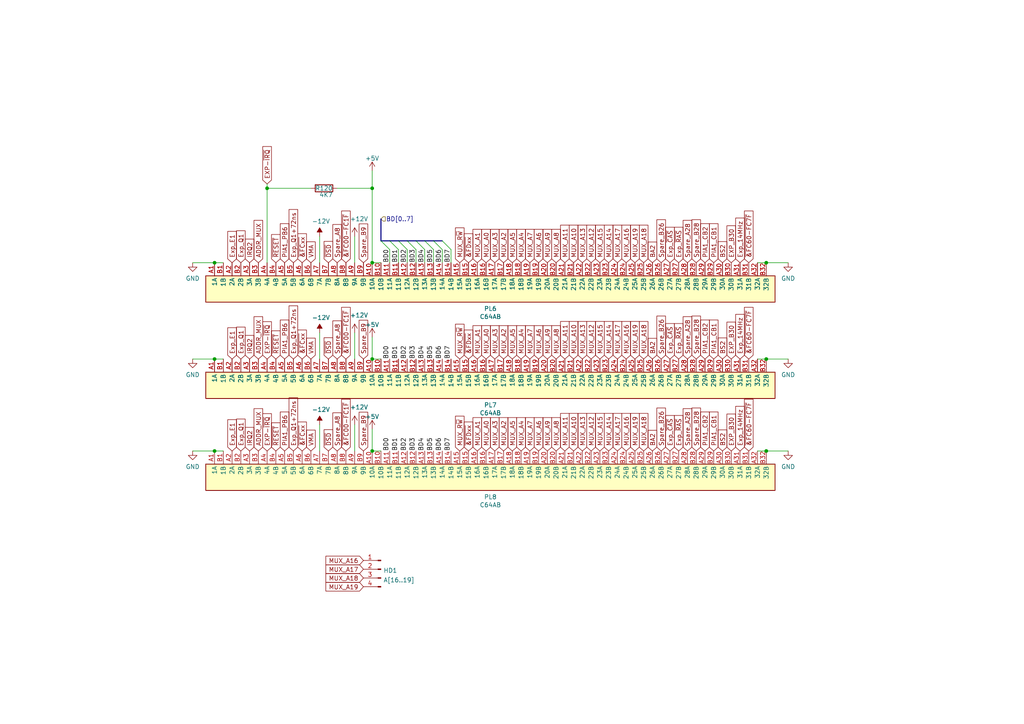
<source format=kicad_sch>
(kicad_sch (version 20211123) (generator eeschema)

  (uuid bb6903ed-84a9-4c39-98ce-b2fbbf83ed6c)

  (paper "A4")

  (title_block
    (title "Expansion Card Connectors")
    (date "2022-06-08")
    (rev "0.2")
    (company "DragonPlus Electronics")
    (comment 1 "John Whitworth")
    (comment 3 "including Richard Harding's Dragon Beta PCB images.")
    (comment 4 "Reverse Engineering of Dragon Beta from various sources")
  )

  (lib_symbols
    (symbol "Connector:C64AB" (in_bom yes) (on_board yes)
      (property "Reference" "J" (id 0) (at 0 85.09 0)
        (effects (font (size 1.27 1.27)))
      )
      (property "Value" "Connector_C64AB" (id 1) (at 6.35 1.27 90)
        (effects (font (size 1.27 1.27)))
      )
      (property "Footprint" "" (id 2) (at 0 1.27 0)
        (effects (font (size 1.27 1.27)) hide)
      )
      (property "Datasheet" "" (id 3) (at 0 1.27 0)
        (effects (font (size 1.27 1.27)) hide)
      )
      (symbol "C64AB_0_1"
        (rectangle (start -3.81 -81.28) (end 3.81 83.82)
          (stroke (width 0.254) (type default) (color 0 0 0 0))
          (fill (type background))
        )
      )
      (symbol "C64AB_1_1"
        (pin passive line (at -7.62 81.28 0) (length 3.81)
          (name "1A" (effects (font (size 1.27 1.27))))
          (number "A1" (effects (font (size 1.27 1.27))))
        )
        (pin passive line (at -7.62 35.56 0) (length 3.81)
          (name "10A" (effects (font (size 1.27 1.27))))
          (number "A10" (effects (font (size 1.27 1.27))))
        )
        (pin passive line (at -7.62 30.48 0) (length 3.81)
          (name "11A" (effects (font (size 1.27 1.27))))
          (number "A11" (effects (font (size 1.27 1.27))))
        )
        (pin passive line (at -7.62 25.4 0) (length 3.81)
          (name "12A" (effects (font (size 1.27 1.27))))
          (number "A12" (effects (font (size 1.27 1.27))))
        )
        (pin passive line (at -7.62 20.32 0) (length 3.81)
          (name "13A" (effects (font (size 1.27 1.27))))
          (number "A13" (effects (font (size 1.27 1.27))))
        )
        (pin passive line (at -7.62 15.24 0) (length 3.81)
          (name "14A" (effects (font (size 1.27 1.27))))
          (number "A14" (effects (font (size 1.27 1.27))))
        )
        (pin passive line (at -7.62 10.16 0) (length 3.81)
          (name "15A" (effects (font (size 1.27 1.27))))
          (number "A15" (effects (font (size 1.27 1.27))))
        )
        (pin passive line (at -7.62 5.08 0) (length 3.81)
          (name "16A" (effects (font (size 1.27 1.27))))
          (number "A16" (effects (font (size 1.27 1.27))))
        )
        (pin passive line (at -7.62 0 0) (length 3.81)
          (name "17A" (effects (font (size 1.27 1.27))))
          (number "A17" (effects (font (size 1.27 1.27))))
        )
        (pin passive line (at -7.62 -5.08 0) (length 3.81)
          (name "18A" (effects (font (size 1.27 1.27))))
          (number "A18" (effects (font (size 1.27 1.27))))
        )
        (pin passive line (at -7.62 -10.16 0) (length 3.81)
          (name "19A" (effects (font (size 1.27 1.27))))
          (number "A19" (effects (font (size 1.27 1.27))))
        )
        (pin passive line (at -7.62 76.2 0) (length 3.81)
          (name "2A" (effects (font (size 1.27 1.27))))
          (number "A2" (effects (font (size 1.27 1.27))))
        )
        (pin passive line (at -7.62 -15.24 0) (length 3.81)
          (name "20A" (effects (font (size 1.27 1.27))))
          (number "A20" (effects (font (size 1.27 1.27))))
        )
        (pin passive line (at -7.62 -20.32 0) (length 3.81)
          (name "21A" (effects (font (size 1.27 1.27))))
          (number "A21" (effects (font (size 1.27 1.27))))
        )
        (pin passive line (at -7.62 -25.4 0) (length 3.81)
          (name "22A" (effects (font (size 1.27 1.27))))
          (number "A22" (effects (font (size 1.27 1.27))))
        )
        (pin passive line (at -7.62 -30.48 0) (length 3.81)
          (name "23A" (effects (font (size 1.27 1.27))))
          (number "A23" (effects (font (size 1.27 1.27))))
        )
        (pin passive line (at -7.62 -35.56 0) (length 3.81)
          (name "24A" (effects (font (size 1.27 1.27))))
          (number "A24" (effects (font (size 1.27 1.27))))
        )
        (pin passive line (at -7.62 -40.64 0) (length 3.81)
          (name "25A" (effects (font (size 1.27 1.27))))
          (number "A25" (effects (font (size 1.27 1.27))))
        )
        (pin passive line (at -7.62 -45.72 0) (length 3.81)
          (name "26A" (effects (font (size 1.27 1.27))))
          (number "A26" (effects (font (size 1.27 1.27))))
        )
        (pin passive line (at -7.62 -50.8 0) (length 3.81)
          (name "27A" (effects (font (size 1.27 1.27))))
          (number "A27" (effects (font (size 1.27 1.27))))
        )
        (pin passive line (at -7.62 -55.88 0) (length 3.81)
          (name "28A" (effects (font (size 1.27 1.27))))
          (number "A28" (effects (font (size 1.27 1.27))))
        )
        (pin passive line (at -7.62 -60.96 0) (length 3.81)
          (name "29A" (effects (font (size 1.27 1.27))))
          (number "A29" (effects (font (size 1.27 1.27))))
        )
        (pin passive line (at -7.62 71.12 0) (length 3.81)
          (name "3A" (effects (font (size 1.27 1.27))))
          (number "A3" (effects (font (size 1.27 1.27))))
        )
        (pin passive line (at -7.62 -66.04 0) (length 3.81)
          (name "30A" (effects (font (size 1.27 1.27))))
          (number "A30" (effects (font (size 1.27 1.27))))
        )
        (pin passive line (at -7.62 -71.12 0) (length 3.81)
          (name "31A" (effects (font (size 1.27 1.27))))
          (number "A31" (effects (font (size 1.27 1.27))))
        )
        (pin passive line (at -7.62 -76.2 0) (length 3.81)
          (name "32A" (effects (font (size 1.27 1.27))))
          (number "A32" (effects (font (size 1.27 1.27))))
        )
        (pin passive line (at -7.62 66.04 0) (length 3.81)
          (name "4A" (effects (font (size 1.27 1.27))))
          (number "A4" (effects (font (size 1.27 1.27))))
        )
        (pin passive line (at -7.62 60.96 0) (length 3.81)
          (name "5A" (effects (font (size 1.27 1.27))))
          (number "A5" (effects (font (size 1.27 1.27))))
        )
        (pin passive line (at -7.62 55.88 0) (length 3.81)
          (name "6A" (effects (font (size 1.27 1.27))))
          (number "A6" (effects (font (size 1.27 1.27))))
        )
        (pin passive line (at -7.62 50.8 0) (length 3.81)
          (name "7A" (effects (font (size 1.27 1.27))))
          (number "A7" (effects (font (size 1.27 1.27))))
        )
        (pin passive line (at -7.62 45.72 0) (length 3.81)
          (name "8A" (effects (font (size 1.27 1.27))))
          (number "A8" (effects (font (size 1.27 1.27))))
        )
        (pin passive line (at -7.62 40.64 0) (length 3.81)
          (name "9A" (effects (font (size 1.27 1.27))))
          (number "A9" (effects (font (size 1.27 1.27))))
        )
        (pin passive line (at -7.62 78.74 0) (length 3.81)
          (name "1B" (effects (font (size 1.27 1.27))))
          (number "B1" (effects (font (size 1.27 1.27))))
        )
        (pin passive line (at -7.62 33.02 0) (length 3.81)
          (name "10B" (effects (font (size 1.27 1.27))))
          (number "B10" (effects (font (size 1.27 1.27))))
        )
        (pin passive line (at -7.62 27.94 0) (length 3.81)
          (name "11B" (effects (font (size 1.27 1.27))))
          (number "B11" (effects (font (size 1.27 1.27))))
        )
        (pin passive line (at -7.62 22.86 0) (length 3.81)
          (name "12B" (effects (font (size 1.27 1.27))))
          (number "B12" (effects (font (size 1.27 1.27))))
        )
        (pin passive line (at -7.62 17.78 0) (length 3.81)
          (name "13B" (effects (font (size 1.27 1.27))))
          (number "B13" (effects (font (size 1.27 1.27))))
        )
        (pin passive line (at -7.62 12.7 0) (length 3.81)
          (name "14B" (effects (font (size 1.27 1.27))))
          (number "B14" (effects (font (size 1.27 1.27))))
        )
        (pin passive line (at -7.62 7.62 0) (length 3.81)
          (name "15B" (effects (font (size 1.27 1.27))))
          (number "B15" (effects (font (size 1.27 1.27))))
        )
        (pin passive line (at -7.62 2.54 0) (length 3.81)
          (name "16B" (effects (font (size 1.27 1.27))))
          (number "B16" (effects (font (size 1.27 1.27))))
        )
        (pin passive line (at -7.62 -2.54 0) (length 3.81)
          (name "17B" (effects (font (size 1.27 1.27))))
          (number "B17" (effects (font (size 1.27 1.27))))
        )
        (pin passive line (at -7.62 -7.62 0) (length 3.81)
          (name "18B" (effects (font (size 1.27 1.27))))
          (number "B18" (effects (font (size 1.27 1.27))))
        )
        (pin passive line (at -7.62 -12.7 0) (length 3.81)
          (name "19B" (effects (font (size 1.27 1.27))))
          (number "B19" (effects (font (size 1.27 1.27))))
        )
        (pin passive line (at -7.62 73.66 0) (length 3.81)
          (name "2B" (effects (font (size 1.27 1.27))))
          (number "B2" (effects (font (size 1.27 1.27))))
        )
        (pin passive line (at -7.62 -17.78 0) (length 3.81)
          (name "20B" (effects (font (size 1.27 1.27))))
          (number "B20" (effects (font (size 1.27 1.27))))
        )
        (pin passive line (at -7.62 -22.86 0) (length 3.81)
          (name "21B" (effects (font (size 1.27 1.27))))
          (number "B21" (effects (font (size 1.27 1.27))))
        )
        (pin passive line (at -7.62 -27.94 0) (length 3.81)
          (name "22B" (effects (font (size 1.27 1.27))))
          (number "B22" (effects (font (size 1.27 1.27))))
        )
        (pin passive line (at -7.62 -33.02 0) (length 3.81)
          (name "23B" (effects (font (size 1.27 1.27))))
          (number "B23" (effects (font (size 1.27 1.27))))
        )
        (pin passive line (at -7.62 -38.1 0) (length 3.81)
          (name "24B" (effects (font (size 1.27 1.27))))
          (number "B24" (effects (font (size 1.27 1.27))))
        )
        (pin passive line (at -7.62 -43.18 0) (length 3.81)
          (name "25B" (effects (font (size 1.27 1.27))))
          (number "B25" (effects (font (size 1.27 1.27))))
        )
        (pin passive line (at -7.62 -48.26 0) (length 3.81)
          (name "26B" (effects (font (size 1.27 1.27))))
          (number "B26" (effects (font (size 1.27 1.27))))
        )
        (pin passive line (at -7.62 -53.34 0) (length 3.81)
          (name "27B" (effects (font (size 1.27 1.27))))
          (number "B27" (effects (font (size 1.27 1.27))))
        )
        (pin passive line (at -7.62 -58.42 0) (length 3.81)
          (name "28B" (effects (font (size 1.27 1.27))))
          (number "B28" (effects (font (size 1.27 1.27))))
        )
        (pin passive line (at -7.62 -63.5 0) (length 3.81)
          (name "29B" (effects (font (size 1.27 1.27))))
          (number "B29" (effects (font (size 1.27 1.27))))
        )
        (pin passive line (at -7.62 68.58 0) (length 3.81)
          (name "3B" (effects (font (size 1.27 1.27))))
          (number "B3" (effects (font (size 1.27 1.27))))
        )
        (pin passive line (at -7.62 -68.58 0) (length 3.81)
          (name "30B" (effects (font (size 1.27 1.27))))
          (number "B30" (effects (font (size 1.27 1.27))))
        )
        (pin passive line (at -7.62 -73.66 0) (length 3.81)
          (name "31B" (effects (font (size 1.27 1.27))))
          (number "B31" (effects (font (size 1.27 1.27))))
        )
        (pin passive line (at -7.62 -78.74 0) (length 3.81)
          (name "32B" (effects (font (size 1.27 1.27))))
          (number "B32" (effects (font (size 1.27 1.27))))
        )
        (pin passive line (at -7.62 63.5 0) (length 3.81)
          (name "4B" (effects (font (size 1.27 1.27))))
          (number "B4" (effects (font (size 1.27 1.27))))
        )
        (pin passive line (at -7.62 58.42 0) (length 3.81)
          (name "5B" (effects (font (size 1.27 1.27))))
          (number "B5" (effects (font (size 1.27 1.27))))
        )
        (pin passive line (at -7.62 53.34 0) (length 3.81)
          (name "6B" (effects (font (size 1.27 1.27))))
          (number "B6" (effects (font (size 1.27 1.27))))
        )
        (pin passive line (at -7.62 48.26 0) (length 3.81)
          (name "7B" (effects (font (size 1.27 1.27))))
          (number "B7" (effects (font (size 1.27 1.27))))
        )
        (pin passive line (at -7.62 43.18 0) (length 3.81)
          (name "8B" (effects (font (size 1.27 1.27))))
          (number "B8" (effects (font (size 1.27 1.27))))
        )
        (pin passive line (at -7.62 38.1 0) (length 3.81)
          (name "9B" (effects (font (size 1.27 1.27))))
          (number "B9" (effects (font (size 1.27 1.27))))
        )
      )
    )
    (symbol "Connector:Conn_01x04_Male" (pin_names (offset 1.016) hide) (in_bom yes) (on_board yes)
      (property "Reference" "J" (id 0) (at 0 5.08 0)
        (effects (font (size 1.27 1.27)))
      )
      (property "Value" "Conn_01x04_Male" (id 1) (at 0 -7.62 0)
        (effects (font (size 1.27 1.27)))
      )
      (property "Footprint" "" (id 2) (at 0 0 0)
        (effects (font (size 1.27 1.27)) hide)
      )
      (property "Datasheet" "~" (id 3) (at 0 0 0)
        (effects (font (size 1.27 1.27)) hide)
      )
      (property "ki_keywords" "connector" (id 4) (at 0 0 0)
        (effects (font (size 1.27 1.27)) hide)
      )
      (property "ki_description" "Generic connector, single row, 01x04, script generated (kicad-library-utils/schlib/autogen/connector/)" (id 5) (at 0 0 0)
        (effects (font (size 1.27 1.27)) hide)
      )
      (property "ki_fp_filters" "Connector*:*_1x??_*" (id 6) (at 0 0 0)
        (effects (font (size 1.27 1.27)) hide)
      )
      (symbol "Conn_01x04_Male_1_1"
        (polyline
          (pts
            (xy 1.27 -5.08)
            (xy 0.8636 -5.08)
          )
          (stroke (width 0.1524) (type default) (color 0 0 0 0))
          (fill (type none))
        )
        (polyline
          (pts
            (xy 1.27 -2.54)
            (xy 0.8636 -2.54)
          )
          (stroke (width 0.1524) (type default) (color 0 0 0 0))
          (fill (type none))
        )
        (polyline
          (pts
            (xy 1.27 0)
            (xy 0.8636 0)
          )
          (stroke (width 0.1524) (type default) (color 0 0 0 0))
          (fill (type none))
        )
        (polyline
          (pts
            (xy 1.27 2.54)
            (xy 0.8636 2.54)
          )
          (stroke (width 0.1524) (type default) (color 0 0 0 0))
          (fill (type none))
        )
        (rectangle (start 0.8636 -4.953) (end 0 -5.207)
          (stroke (width 0.1524) (type default) (color 0 0 0 0))
          (fill (type outline))
        )
        (rectangle (start 0.8636 -2.413) (end 0 -2.667)
          (stroke (width 0.1524) (type default) (color 0 0 0 0))
          (fill (type outline))
        )
        (rectangle (start 0.8636 0.127) (end 0 -0.127)
          (stroke (width 0.1524) (type default) (color 0 0 0 0))
          (fill (type outline))
        )
        (rectangle (start 0.8636 2.667) (end 0 2.413)
          (stroke (width 0.1524) (type default) (color 0 0 0 0))
          (fill (type outline))
        )
        (pin passive line (at 5.08 2.54 180) (length 3.81)
          (name "Pin_1" (effects (font (size 1.27 1.27))))
          (number "1" (effects (font (size 1.27 1.27))))
        )
        (pin passive line (at 5.08 0 180) (length 3.81)
          (name "Pin_2" (effects (font (size 1.27 1.27))))
          (number "2" (effects (font (size 1.27 1.27))))
        )
        (pin passive line (at 5.08 -2.54 180) (length 3.81)
          (name "Pin_3" (effects (font (size 1.27 1.27))))
          (number "3" (effects (font (size 1.27 1.27))))
        )
        (pin passive line (at 5.08 -5.08 180) (length 3.81)
          (name "Pin_4" (effects (font (size 1.27 1.27))))
          (number "4" (effects (font (size 1.27 1.27))))
        )
      )
    )
    (symbol "Device:R" (pin_numbers hide) (pin_names (offset 0)) (in_bom yes) (on_board yes)
      (property "Reference" "R" (id 0) (at 2.032 0 90)
        (effects (font (size 1.27 1.27)))
      )
      (property "Value" "R" (id 1) (at 0 0 90)
        (effects (font (size 1.27 1.27)))
      )
      (property "Footprint" "" (id 2) (at -1.778 0 90)
        (effects (font (size 1.27 1.27)) hide)
      )
      (property "Datasheet" "~" (id 3) (at 0 0 0)
        (effects (font (size 1.27 1.27)) hide)
      )
      (property "ki_keywords" "R res resistor" (id 4) (at 0 0 0)
        (effects (font (size 1.27 1.27)) hide)
      )
      (property "ki_description" "Resistor" (id 5) (at 0 0 0)
        (effects (font (size 1.27 1.27)) hide)
      )
      (property "ki_fp_filters" "R_*" (id 6) (at 0 0 0)
        (effects (font (size 1.27 1.27)) hide)
      )
      (symbol "R_0_1"
        (rectangle (start -1.016 -2.54) (end 1.016 2.54)
          (stroke (width 0.254) (type default) (color 0 0 0 0))
          (fill (type none))
        )
      )
      (symbol "R_1_1"
        (pin passive line (at 0 3.81 270) (length 1.27)
          (name "~" (effects (font (size 1.27 1.27))))
          (number "1" (effects (font (size 1.27 1.27))))
        )
        (pin passive line (at 0 -3.81 90) (length 1.27)
          (name "~" (effects (font (size 1.27 1.27))))
          (number "2" (effects (font (size 1.27 1.27))))
        )
      )
    )
    (symbol "power:+12V" (power) (pin_names (offset 0)) (in_bom yes) (on_board yes)
      (property "Reference" "#PWR" (id 0) (at 0 -3.81 0)
        (effects (font (size 1.27 1.27)) hide)
      )
      (property "Value" "+12V" (id 1) (at 0 3.556 0)
        (effects (font (size 1.27 1.27)))
      )
      (property "Footprint" "" (id 2) (at 0 0 0)
        (effects (font (size 1.27 1.27)) hide)
      )
      (property "Datasheet" "" (id 3) (at 0 0 0)
        (effects (font (size 1.27 1.27)) hide)
      )
      (property "ki_keywords" "power-flag" (id 4) (at 0 0 0)
        (effects (font (size 1.27 1.27)) hide)
      )
      (property "ki_description" "Power symbol creates a global label with name \"+12V\"" (id 5) (at 0 0 0)
        (effects (font (size 1.27 1.27)) hide)
      )
      (symbol "+12V_0_1"
        (polyline
          (pts
            (xy -0.762 1.27)
            (xy 0 2.54)
          )
          (stroke (width 0) (type default) (color 0 0 0 0))
          (fill (type none))
        )
        (polyline
          (pts
            (xy 0 0)
            (xy 0 2.54)
          )
          (stroke (width 0) (type default) (color 0 0 0 0))
          (fill (type none))
        )
        (polyline
          (pts
            (xy 0 2.54)
            (xy 0.762 1.27)
          )
          (stroke (width 0) (type default) (color 0 0 0 0))
          (fill (type none))
        )
      )
      (symbol "+12V_1_1"
        (pin power_in line (at 0 0 90) (length 0) hide
          (name "+12V" (effects (font (size 1.27 1.27))))
          (number "1" (effects (font (size 1.27 1.27))))
        )
      )
    )
    (symbol "power:+5V" (power) (pin_names (offset 0)) (in_bom yes) (on_board yes)
      (property "Reference" "#PWR" (id 0) (at 0 -3.81 0)
        (effects (font (size 1.27 1.27)) hide)
      )
      (property "Value" "+5V" (id 1) (at 0 3.556 0)
        (effects (font (size 1.27 1.27)))
      )
      (property "Footprint" "" (id 2) (at 0 0 0)
        (effects (font (size 1.27 1.27)) hide)
      )
      (property "Datasheet" "" (id 3) (at 0 0 0)
        (effects (font (size 1.27 1.27)) hide)
      )
      (property "ki_keywords" "power-flag" (id 4) (at 0 0 0)
        (effects (font (size 1.27 1.27)) hide)
      )
      (property "ki_description" "Power symbol creates a global label with name \"+5V\"" (id 5) (at 0 0 0)
        (effects (font (size 1.27 1.27)) hide)
      )
      (symbol "+5V_0_1"
        (polyline
          (pts
            (xy -0.762 1.27)
            (xy 0 2.54)
          )
          (stroke (width 0) (type default) (color 0 0 0 0))
          (fill (type none))
        )
        (polyline
          (pts
            (xy 0 0)
            (xy 0 2.54)
          )
          (stroke (width 0) (type default) (color 0 0 0 0))
          (fill (type none))
        )
        (polyline
          (pts
            (xy 0 2.54)
            (xy 0.762 1.27)
          )
          (stroke (width 0) (type default) (color 0 0 0 0))
          (fill (type none))
        )
      )
      (symbol "+5V_1_1"
        (pin power_in line (at 0 0 90) (length 0) hide
          (name "+5V" (effects (font (size 1.27 1.27))))
          (number "1" (effects (font (size 1.27 1.27))))
        )
      )
    )
    (symbol "power:-12V" (power) (pin_names (offset 0)) (in_bom yes) (on_board yes)
      (property "Reference" "#PWR" (id 0) (at 0 2.54 0)
        (effects (font (size 1.27 1.27)) hide)
      )
      (property "Value" "-12V" (id 1) (at 0 3.81 0)
        (effects (font (size 1.27 1.27)))
      )
      (property "Footprint" "" (id 2) (at 0 0 0)
        (effects (font (size 1.27 1.27)) hide)
      )
      (property "Datasheet" "" (id 3) (at 0 0 0)
        (effects (font (size 1.27 1.27)) hide)
      )
      (property "ki_keywords" "power-flag" (id 4) (at 0 0 0)
        (effects (font (size 1.27 1.27)) hide)
      )
      (property "ki_description" "Power symbol creates a global label with name \"-12V\"" (id 5) (at 0 0 0)
        (effects (font (size 1.27 1.27)) hide)
      )
      (symbol "-12V_0_0"
        (pin power_in line (at 0 0 90) (length 0) hide
          (name "-12V" (effects (font (size 1.27 1.27))))
          (number "1" (effects (font (size 1.27 1.27))))
        )
      )
      (symbol "-12V_0_1"
        (polyline
          (pts
            (xy 0 0)
            (xy 0 1.27)
            (xy 0.762 1.27)
            (xy 0 2.54)
            (xy -0.762 1.27)
            (xy 0 1.27)
          )
          (stroke (width 0) (type default) (color 0 0 0 0))
          (fill (type outline))
        )
      )
    )
    (symbol "power:GND" (power) (pin_names (offset 0)) (in_bom yes) (on_board yes)
      (property "Reference" "#PWR" (id 0) (at 0 -6.35 0)
        (effects (font (size 1.27 1.27)) hide)
      )
      (property "Value" "GND" (id 1) (at 0 -3.81 0)
        (effects (font (size 1.27 1.27)))
      )
      (property "Footprint" "" (id 2) (at 0 0 0)
        (effects (font (size 1.27 1.27)) hide)
      )
      (property "Datasheet" "" (id 3) (at 0 0 0)
        (effects (font (size 1.27 1.27)) hide)
      )
      (property "ki_keywords" "power-flag" (id 4) (at 0 0 0)
        (effects (font (size 1.27 1.27)) hide)
      )
      (property "ki_description" "Power symbol creates a global label with name \"GND\" , ground" (id 5) (at 0 0 0)
        (effects (font (size 1.27 1.27)) hide)
      )
      (symbol "GND_0_1"
        (polyline
          (pts
            (xy 0 0)
            (xy 0 -1.27)
            (xy 1.27 -1.27)
            (xy 0 -2.54)
            (xy -1.27 -1.27)
            (xy 0 -1.27)
          )
          (stroke (width 0) (type default) (color 0 0 0 0))
          (fill (type none))
        )
      )
      (symbol "GND_1_1"
        (pin power_in line (at 0 0 270) (length 0) hide
          (name "GND" (effects (font (size 1.27 1.27))))
          (number "1" (effects (font (size 1.27 1.27))))
        )
      )
    )
  )


  (junction (at 222.25 76.2) (diameter 0) (color 0 0 0 0)
    (uuid 4838dffb-dbb8-497e-94dc-1ff42fa1d82a)
  )
  (junction (at 222.25 104.14) (diameter 0) (color 0 0 0 0)
    (uuid 4d263bdd-3cfd-4ca4-a1f8-529e54336a9a)
  )
  (junction (at 107.95 54.61) (diameter 0) (color 0 0 0 0)
    (uuid 53f11404-067e-4049-9e44-d9a9de912631)
  )
  (junction (at 62.23 130.81) (diameter 0) (color 0 0 0 0)
    (uuid 5d234f1f-0a14-4402-8acd-239f041ece7f)
  )
  (junction (at 62.23 104.14) (diameter 0) (color 0 0 0 0)
    (uuid 639ca0f1-8973-4ab7-951d-d80bc4ef49f2)
  )
  (junction (at 107.95 104.14) (diameter 0) (color 0 0 0 0)
    (uuid a3befb04-ad83-4d71-93e6-31a252aa254c)
  )
  (junction (at 77.47 54.61) (diameter 0) (color 0 0 0 0)
    (uuid aba9cfe4-c321-407c-a132-8864d9c9f6be)
  )
  (junction (at 107.95 76.2) (diameter 0) (color 0 0 0 0)
    (uuid bab77166-76ad-4edc-b88f-08cb11187cbf)
  )
  (junction (at 107.95 130.81) (diameter 0) (color 0 0 0 0)
    (uuid c21db988-8e06-49d4-aa01-23944e822627)
  )
  (junction (at 62.23 76.2) (diameter 0) (color 0 0 0 0)
    (uuid e60818bf-eaa3-405e-8b37-ef0256198d38)
  )
  (junction (at 222.25 130.81) (diameter 0) (color 0 0 0 0)
    (uuid fed51e1e-0b7c-4677-aacc-4e63d69ab5d1)
  )

  (bus_entry (at 123.19 69.85) (size 2.54 2.54)
    (stroke (width 0) (type default) (color 0 0 0 0))
    (uuid 0a742bb2-0657-47bc-9dea-e70308e1113a)
  )
  (bus_entry (at 115.57 69.85) (size 2.54 2.54)
    (stroke (width 0) (type default) (color 0 0 0 0))
    (uuid 2ac31afe-6dde-403d-bbdc-3366c8b144f8)
  )
  (bus_entry (at 118.11 69.85) (size 2.54 2.54)
    (stroke (width 0) (type default) (color 0 0 0 0))
    (uuid 3972d90f-ee24-4cf5-8d82-ff4abccf2f2b)
  )
  (bus_entry (at 128.27 69.85) (size 2.54 2.54)
    (stroke (width 0) (type default) (color 0 0 0 0))
    (uuid 8b398452-7864-4ae1-87b2-f3c31f993db8)
  )
  (bus_entry (at 125.73 69.85) (size 2.54 2.54)
    (stroke (width 0) (type default) (color 0 0 0 0))
    (uuid 9a87bfc4-c304-4037-8ceb-f6545574a9e8)
  )
  (bus_entry (at 113.03 69.85) (size 2.54 2.54)
    (stroke (width 0) (type default) (color 0 0 0 0))
    (uuid b36ced1f-5291-481a-8fe7-e37301bca3e6)
  )
  (bus_entry (at 110.49 69.85) (size 2.54 2.54)
    (stroke (width 0) (type default) (color 0 0 0 0))
    (uuid bce33354-18a7-44b2-9dba-ee85e434d6ee)
  )
  (bus_entry (at 120.65 69.85) (size 2.54 2.54)
    (stroke (width 0) (type default) (color 0 0 0 0))
    (uuid eea8afc9-500b-4e96-9580-ce3dbde5cd58)
  )

  (bus (pts (xy 120.65 69.85) (xy 123.19 69.85))
    (stroke (width 0) (type default) (color 0 0 0 0))
    (uuid 04a5aac8-1112-4901-a179-bdd873a14cdf)
  )

  (wire (pts (xy 107.95 104.14) (xy 110.49 104.14))
    (stroke (width 0) (type default) (color 0 0 0 0))
    (uuid 06d7aa60-3a89-4fb7-a0b9-d40d96d1393c)
  )
  (wire (pts (xy 107.95 124.46) (xy 107.95 130.81))
    (stroke (width 0) (type default) (color 0 0 0 0))
    (uuid 28e31ffc-a4a1-4938-98ad-21d0868c8fb3)
  )
  (wire (pts (xy 222.25 104.14) (xy 228.6 104.14))
    (stroke (width 0) (type default) (color 0 0 0 0))
    (uuid 2c48c179-450b-42f3-a0c8-1ca47d2eb6d2)
  )
  (wire (pts (xy 102.87 123.19) (xy 102.87 130.81))
    (stroke (width 0) (type default) (color 0 0 0 0))
    (uuid 2dfa347b-08b4-4ee1-b0ac-49ade4fe9171)
  )
  (wire (pts (xy 107.95 54.61) (xy 107.95 76.2))
    (stroke (width 0) (type default) (color 0 0 0 0))
    (uuid 40b04649-9eb4-40f9-be3e-1fc36e13c5e5)
  )
  (wire (pts (xy 125.73 76.2) (xy 125.73 72.39))
    (stroke (width 0) (type default) (color 0 0 0 0))
    (uuid 4ce03590-e0e1-4703-b46c-7b385c2aeba2)
  )
  (wire (pts (xy 62.23 76.2) (xy 64.77 76.2))
    (stroke (width 0) (type default) (color 0 0 0 0))
    (uuid 4eb47218-77f2-40c5-9fa3-0a54e9b5c6c9)
  )
  (wire (pts (xy 118.11 72.39) (xy 118.11 76.2))
    (stroke (width 0) (type default) (color 0 0 0 0))
    (uuid 4fa99099-f9f2-4dd5-ac40-ec35aef9f960)
  )
  (wire (pts (xy 219.71 104.14) (xy 222.25 104.14))
    (stroke (width 0) (type default) (color 0 0 0 0))
    (uuid 508f6bc8-288d-4454-969a-d99ac04a4920)
  )
  (wire (pts (xy 107.95 130.81) (xy 110.49 130.81))
    (stroke (width 0) (type default) (color 0 0 0 0))
    (uuid 50d5a33d-196c-4902-9dbb-6aa4f73f9342)
  )
  (wire (pts (xy 97.79 54.61) (xy 107.95 54.61))
    (stroke (width 0) (type default) (color 0 0 0 0))
    (uuid 512b42a1-9920-4708-a52e-4c988112b2d1)
  )
  (wire (pts (xy 130.81 76.2) (xy 130.81 72.39))
    (stroke (width 0) (type default) (color 0 0 0 0))
    (uuid 5b9a3805-90b0-44a6-a86e-5b6c07ff9037)
  )
  (wire (pts (xy 77.47 54.61) (xy 77.47 76.2))
    (stroke (width 0) (type default) (color 0 0 0 0))
    (uuid 64be6565-109b-4f1b-8c55-20a8b1f64109)
  )
  (wire (pts (xy 107.95 76.2) (xy 110.49 76.2))
    (stroke (width 0) (type default) (color 0 0 0 0))
    (uuid 69818b61-38f1-4c0a-9c59-f8bf38abedb4)
  )
  (wire (pts (xy 55.88 104.14) (xy 62.23 104.14))
    (stroke (width 0) (type default) (color 0 0 0 0))
    (uuid 6f1f2bf7-e25f-4028-8d70-348661429943)
  )
  (wire (pts (xy 92.71 68.58) (xy 92.71 76.2))
    (stroke (width 0) (type default) (color 0 0 0 0))
    (uuid 70396b64-ba42-4955-ac7d-aeff65748330)
  )
  (wire (pts (xy 62.23 130.81) (xy 64.77 130.81))
    (stroke (width 0) (type default) (color 0 0 0 0))
    (uuid 70fe1c4c-21db-4ad0-9e90-4438cf31a2f4)
  )
  (wire (pts (xy 115.57 72.39) (xy 115.57 76.2))
    (stroke (width 0) (type default) (color 0 0 0 0))
    (uuid 7a7c8fd8-e6cb-4215-acf6-72a01929c4aa)
  )
  (wire (pts (xy 219.71 76.2) (xy 222.25 76.2))
    (stroke (width 0) (type default) (color 0 0 0 0))
    (uuid 7c9bc49d-fffb-422f-ab87-e74abae1fcb3)
  )
  (wire (pts (xy 55.88 130.81) (xy 62.23 130.81))
    (stroke (width 0) (type default) (color 0 0 0 0))
    (uuid 7f669647-393d-4898-a037-e0fb8ad1c29a)
  )
  (wire (pts (xy 107.95 97.79) (xy 107.95 104.14))
    (stroke (width 0) (type default) (color 0 0 0 0))
    (uuid 8698c563-dfab-409a-931a-2ec1d3ea4a26)
  )
  (wire (pts (xy 62.23 104.14) (xy 64.77 104.14))
    (stroke (width 0) (type default) (color 0 0 0 0))
    (uuid 9355cc0b-3167-48a7-93cb-04031e15d745)
  )
  (wire (pts (xy 102.87 68.58) (xy 102.87 76.2))
    (stroke (width 0) (type default) (color 0 0 0 0))
    (uuid a8f3fb57-d72d-4e56-b518-98e829534921)
  )
  (bus (pts (xy 110.49 69.85) (xy 110.49 63.5))
    (stroke (width 0) (type default) (color 0 0 0 0))
    (uuid abaf618d-6655-4799-acfb-78bd7f6588da)
  )

  (wire (pts (xy 77.47 53.34) (xy 77.47 54.61))
    (stroke (width 0) (type default) (color 0 0 0 0))
    (uuid b1b628e8-a5a4-4902-96ee-bbe12092cdf7)
  )
  (bus (pts (xy 110.49 69.85) (xy 113.03 69.85))
    (stroke (width 0) (type default) (color 0 0 0 0))
    (uuid ba1f0967-2682-40e7-8282-722799674775)
  )

  (wire (pts (xy 123.19 76.2) (xy 123.19 72.39))
    (stroke (width 0) (type default) (color 0 0 0 0))
    (uuid bea25862-abba-489f-bceb-f737bbb678c5)
  )
  (bus (pts (xy 125.73 69.85) (xy 128.27 69.85))
    (stroke (width 0) (type default) (color 0 0 0 0))
    (uuid c2386823-3fb5-4165-ab2c-17f69221afec)
  )

  (wire (pts (xy 92.71 96.52) (xy 92.71 104.14))
    (stroke (width 0) (type default) (color 0 0 0 0))
    (uuid c2f385f2-7a78-4f82-b8fd-1151e835fc14)
  )
  (wire (pts (xy 219.71 130.81) (xy 222.25 130.81))
    (stroke (width 0) (type default) (color 0 0 0 0))
    (uuid c46c69ec-2f75-452f-ab7b-443a75c74548)
  )
  (bus (pts (xy 115.57 69.85) (xy 118.11 69.85))
    (stroke (width 0) (type default) (color 0 0 0 0))
    (uuid cbc530fe-7379-421e-8d71-3b0c90b76c4d)
  )

  (wire (pts (xy 107.95 49.53) (xy 107.95 54.61))
    (stroke (width 0) (type default) (color 0 0 0 0))
    (uuid d926ac38-d11c-4d9e-978c-95fd4122b466)
  )
  (wire (pts (xy 102.87 96.52) (xy 102.87 104.14))
    (stroke (width 0) (type default) (color 0 0 0 0))
    (uuid e0a50294-8c6e-4d53-aeda-b230ef3f0916)
  )
  (wire (pts (xy 77.47 54.61) (xy 90.17 54.61))
    (stroke (width 0) (type default) (color 0 0 0 0))
    (uuid eb550ef8-26ed-4290-8f7f-7d904a19c3cb)
  )
  (wire (pts (xy 113.03 72.39) (xy 113.03 76.2))
    (stroke (width 0) (type default) (color 0 0 0 0))
    (uuid f2578955-12d7-4c02-87e0-8a8e60f919b9)
  )
  (wire (pts (xy 128.27 76.2) (xy 128.27 72.39))
    (stroke (width 0) (type default) (color 0 0 0 0))
    (uuid f294a229-6752-4bf0-afcf-4e666738928a)
  )
  (bus (pts (xy 123.19 69.85) (xy 125.73 69.85))
    (stroke (width 0) (type default) (color 0 0 0 0))
    (uuid f36ee92b-76f3-4c2c-9c28-c672d2a50006)
  )

  (wire (pts (xy 120.65 72.39) (xy 120.65 76.2))
    (stroke (width 0) (type default) (color 0 0 0 0))
    (uuid f48f0041-ce42-4bd4-9cbf-e7a61f40b63d)
  )
  (wire (pts (xy 92.71 123.19) (xy 92.71 130.81))
    (stroke (width 0) (type default) (color 0 0 0 0))
    (uuid f6429ab2-213c-4030-a705-9f073170a98c)
  )
  (bus (pts (xy 113.03 69.85) (xy 115.57 69.85))
    (stroke (width 0) (type default) (color 0 0 0 0))
    (uuid f6490548-b7e4-4db9-9464-04615d08e1df)
  )
  (bus (pts (xy 118.11 69.85) (xy 120.65 69.85))
    (stroke (width 0) (type default) (color 0 0 0 0))
    (uuid f6cd1647-e68a-4b8e-97a4-61a69eeda3a4)
  )

  (wire (pts (xy 222.25 130.81) (xy 228.6 130.81))
    (stroke (width 0) (type default) (color 0 0 0 0))
    (uuid fc4253a1-7428-49b2-945b-209453f1f473)
  )
  (wire (pts (xy 222.25 76.2) (xy 228.6 76.2))
    (stroke (width 0) (type default) (color 0 0 0 0))
    (uuid fd863afb-816b-4205-b430-34a1463e0b1e)
  )
  (wire (pts (xy 55.88 76.2) (xy 62.23 76.2))
    (stroke (width 0) (type default) (color 0 0 0 0))
    (uuid fe0b9e5a-2e52-4406-80f5-95f4d62f9fb8)
  )

  (label "BD1" (at 115.57 104.14 90)
    (effects (font (size 1.27 1.27)) (justify left bottom))
    (uuid 0c1f89ce-0c30-4b40-9919-454d5a2b39e2)
  )
  (label "BD0" (at 113.03 76.2 90)
    (effects (font (size 1.27 1.27)) (justify left bottom))
    (uuid 0dda1646-a646-4a28-a8d2-393b8c94d637)
  )
  (label "BD4" (at 123.19 76.2 90)
    (effects (font (size 1.27 1.27)) (justify left bottom))
    (uuid 1cf58251-c1b2-4126-887d-6d7eeec86d3e)
  )
  (label "BD3" (at 120.65 130.81 90)
    (effects (font (size 1.27 1.27)) (justify left bottom))
    (uuid 2f680110-9ea0-4f48-b5a6-990648d3cde2)
  )
  (label "BD4" (at 123.19 104.14 90)
    (effects (font (size 1.27 1.27)) (justify left bottom))
    (uuid 33529587-bbb4-4ca0-bcdf-15fd64295461)
  )
  (label "BD4" (at 123.19 130.81 90)
    (effects (font (size 1.27 1.27)) (justify left bottom))
    (uuid 345d0db5-afa8-4790-839b-293d8c7171b3)
  )
  (label "BD7" (at 130.81 76.2 90)
    (effects (font (size 1.27 1.27)) (justify left bottom))
    (uuid 36ab2ee8-a550-4312-900e-fe60a1ab52df)
  )
  (label "BD1" (at 115.57 76.2 90)
    (effects (font (size 1.27 1.27)) (justify left bottom))
    (uuid 43e1e6bc-da65-4644-935c-20e1310f6db3)
  )
  (label "BD5" (at 125.73 130.81 90)
    (effects (font (size 1.27 1.27)) (justify left bottom))
    (uuid 46f1fe2c-bc01-4b14-852f-f73c7cee1411)
  )
  (label "BD2" (at 118.11 76.2 90)
    (effects (font (size 1.27 1.27)) (justify left bottom))
    (uuid 5bc6c1c5-1078-47c0-bb58-2c09d06acf6d)
  )
  (label "BD5" (at 125.73 76.2 90)
    (effects (font (size 1.27 1.27)) (justify left bottom))
    (uuid 906df0a0-5839-47c0-b332-cec00bfc8d50)
  )
  (label "BD7" (at 130.81 104.14 90)
    (effects (font (size 1.27 1.27)) (justify left bottom))
    (uuid 907bca71-7218-4f03-b4bd-586121fcf8e0)
  )
  (label "BD6" (at 128.27 76.2 90)
    (effects (font (size 1.27 1.27)) (justify left bottom))
    (uuid 9399a2b1-4c2e-41f3-8f9a-0a23f3b4fe50)
  )
  (label "BD1" (at 115.57 130.81 90)
    (effects (font (size 1.27 1.27)) (justify left bottom))
    (uuid ae5d10fb-0c1f-487f-bf73-01918e8dbf6f)
  )
  (label "BD5" (at 125.73 104.14 90)
    (effects (font (size 1.27 1.27)) (justify left bottom))
    (uuid af344df5-f8f1-4300-8c40-51d1681a9cb2)
  )
  (label "BD0" (at 113.03 130.81 90)
    (effects (font (size 1.27 1.27)) (justify left bottom))
    (uuid b28b3aad-ce7a-4d5e-8b52-2d16de7b6b1e)
  )
  (label "BD6" (at 128.27 104.14 90)
    (effects (font (size 1.27 1.27)) (justify left bottom))
    (uuid c469846c-a104-4bfc-aae8-66d18a7e7de0)
  )
  (label "BD7" (at 130.81 130.81 90)
    (effects (font (size 1.27 1.27)) (justify left bottom))
    (uuid caa4298d-02d5-4f80-9b9d-47f1bd739f15)
  )
  (label "BD0" (at 113.03 104.14 90)
    (effects (font (size 1.27 1.27)) (justify left bottom))
    (uuid cc35063f-3def-4196-bca4-fc65afdf4d1b)
  )
  (label "BD3" (at 120.65 76.2 90)
    (effects (font (size 1.27 1.27)) (justify left bottom))
    (uuid d6ace78d-04f5-4e4f-a59a-9296b53097d3)
  )
  (label "BD6" (at 128.27 130.81 90)
    (effects (font (size 1.27 1.27)) (justify left bottom))
    (uuid de759948-161e-4bbe-93f4-670a576de500)
  )
  (label "BD2" (at 118.11 130.81 90)
    (effects (font (size 1.27 1.27)) (justify left bottom))
    (uuid ed792a35-5756-44dd-82cf-7918ecc06d2f)
  )
  (label "BD3" (at 120.65 104.14 90)
    (effects (font (size 1.27 1.27)) (justify left bottom))
    (uuid fab03173-e991-4b31-9f3e-4fd52fb45287)
  )
  (label "BD2" (at 118.11 104.14 90)
    (effects (font (size 1.27 1.27)) (justify left bottom))
    (uuid fcad587d-8ae7-4c7d-a56f-02c87f607c8d)
  )

  (global_label "MUX_A6" (shape input) (at 156.21 76.2 90) (fields_autoplaced)
    (effects (font (size 1.27 1.27)) (justify left))
    (uuid 00036662-fa99-4284-af32-cf49578c390a)
    (property "Intersheet References" "${INTERSHEET_REFS}" (id 0) (at 0 0 0)
      (effects (font (size 1.27 1.27)) hide)
    )
  )
  (global_label "MUX_A15" (shape input) (at 173.99 130.81 90) (fields_autoplaced)
    (effects (font (size 1.27 1.27)) (justify left))
    (uuid 003a44b2-0315-469b-a3b8-389237084420)
    (property "Intersheet References" "${INTERSHEET_REFS}" (id 0) (at 173.9106 120.0191 90)
      (effects (font (size 1.27 1.27)) (justify left) hide)
    )
  )
  (global_label "MUX_A8" (shape input) (at 161.29 104.14 90) (fields_autoplaced)
    (effects (font (size 1.27 1.27)) (justify left))
    (uuid 0206e765-825a-4e51-9371-9f239143e77c)
    (property "Intersheet References" "${INTERSHEET_REFS}" (id 0) (at 0 0 0)
      (effects (font (size 1.27 1.27)) hide)
    )
  )
  (global_label "Exp_E1" (shape input) (at 67.31 104.14 90) (fields_autoplaced)
    (effects (font (size 1.27 1.27)) (justify left))
    (uuid 0230eae2-737d-4c50-9551-2e5ab6db9436)
    (property "Intersheet References" "${INTERSHEET_REFS}" (id 0) (at 67.2306 95.1634 90)
      (effects (font (size 1.27 1.27)) (justify left) hide)
    )
  )
  (global_label "MUX_A6" (shape input) (at 156.21 104.14 90) (fields_autoplaced)
    (effects (font (size 1.27 1.27)) (justify left))
    (uuid 02b7dc0f-ae19-4a97-a2ae-2d27bb773810)
    (property "Intersheet References" "${INTERSHEET_REFS}" (id 0) (at 0 0 0)
      (effects (font (size 1.27 1.27)) hide)
    )
  )
  (global_label "Exp_~{CAS}" (shape input) (at 194.31 104.14 90) (fields_autoplaced)
    (effects (font (size 1.27 1.27)) (justify left))
    (uuid 08317958-b4cd-45b4-971a-ccbf46074fbf)
    (property "Intersheet References" "${INTERSHEET_REFS}" (id 0) (at 194.2306 93.9539 90)
      (effects (font (size 1.27 1.27)) (justify left) hide)
    )
  )
  (global_label "MUX_A1" (shape input) (at 138.43 104.14 90) (fields_autoplaced)
    (effects (font (size 1.27 1.27)) (justify left))
    (uuid 08bb34b8-b720-4b72-9081-49afe1635b95)
    (property "Intersheet References" "${INTERSHEET_REFS}" (id 0) (at 138.3506 94.5587 90)
      (effects (font (size 1.27 1.27)) (justify left) hide)
    )
  )
  (global_label "Exp_~{RAS}" (shape input) (at 196.85 104.14 90) (fields_autoplaced)
    (effects (font (size 1.27 1.27)) (justify left))
    (uuid 0923fc8c-f40c-4491-87fe-a32c6de91bcd)
    (property "Intersheet References" "${INTERSHEET_REFS}" (id 0) (at 196.7706 93.9539 90)
      (effects (font (size 1.27 1.27)) (justify left) hide)
    )
  )
  (global_label "MUX_R~{W}" (shape input) (at 133.35 130.81 90) (fields_autoplaced)
    (effects (font (size 1.27 1.27)) (justify left))
    (uuid 09660697-d5c8-4aef-8c5c-0260789058fc)
    (property "Intersheet References" "${INTERSHEET_REFS}" (id 0) (at 0 0 0)
      (effects (font (size 1.27 1.27)) hide)
    )
  )
  (global_label "BA2" (shape input) (at 189.23 104.14 90) (fields_autoplaced)
    (effects (font (size 1.27 1.27)) (justify left))
    (uuid 0c3f9258-be2b-48de-9259-170d3e5cce90)
    (property "Intersheet References" "${INTERSHEET_REFS}" (id 0) (at 189.1506 98.2477 90)
      (effects (font (size 1.27 1.27)) (justify left) hide)
    )
  )
  (global_label "BA2" (shape input) (at 189.23 76.2 90) (fields_autoplaced)
    (effects (font (size 1.27 1.27)) (justify left))
    (uuid 0d1aaae1-12d8-4527-ac4e-a07ba3b8f113)
    (property "Intersheet References" "${INTERSHEET_REFS}" (id 0) (at 189.1506 70.3077 90)
      (effects (font (size 1.27 1.27)) (justify left) hide)
    )
  )
  (global_label "MUX_A14" (shape input) (at 176.53 76.2 90) (fields_autoplaced)
    (effects (font (size 1.27 1.27)) (justify left))
    (uuid 0ea184c9-73d1-4b8a-8896-3886b45cbf01)
    (property "Intersheet References" "${INTERSHEET_REFS}" (id 0) (at 176.4506 65.4091 90)
      (effects (font (size 1.27 1.27)) (justify left) hide)
    )
  )
  (global_label "MUX_A19" (shape input) (at 184.15 104.14 90) (fields_autoplaced)
    (effects (font (size 1.27 1.27)) (justify left))
    (uuid 0fdc6351-e299-4a39-9f9b-bd567a63cc07)
    (property "Intersheet References" "${INTERSHEET_REFS}" (id 0) (at 184.0706 93.3491 90)
      (effects (font (size 1.27 1.27)) (justify left) hide)
    )
  )
  (global_label "MUX_A0" (shape input) (at 140.97 130.81 90) (fields_autoplaced)
    (effects (font (size 1.27 1.27)) (justify left))
    (uuid 1075244e-6ec2-45e5-bd99-160d752af00a)
    (property "Intersheet References" "${INTERSHEET_REFS}" (id 0) (at 140.8906 121.2287 90)
      (effects (font (size 1.27 1.27)) (justify left) hide)
    )
  )
  (global_label "MUX_A7" (shape input) (at 153.67 104.14 90) (fields_autoplaced)
    (effects (font (size 1.27 1.27)) (justify left))
    (uuid 11a85d83-ca23-4a66-9a7a-3b010acc3da7)
    (property "Intersheet References" "${INTERSHEET_REFS}" (id 0) (at 0 0 0)
      (effects (font (size 1.27 1.27)) hide)
    )
  )
  (global_label "~{&FCxx}" (shape input) (at 87.63 104.14 90) (fields_autoplaced)
    (effects (font (size 1.27 1.27)) (justify left))
    (uuid 13dd97d9-4482-4e1c-a65a-c4226204bc5e)
    (property "Intersheet References" "${INTERSHEET_REFS}" (id 0) (at 87.7094 95.8287 90)
      (effects (font (size 1.27 1.27)) (justify left) hide)
    )
  )
  (global_label "IRQ2" (shape input) (at 72.39 130.81 90) (fields_autoplaced)
    (effects (font (size 1.27 1.27)) (justify left))
    (uuid 1525535f-a14f-4148-bf1a-2c1a2802f16c)
    (property "Intersheet References" "${INTERSHEET_REFS}" (id 0) (at 0 0 0)
      (effects (font (size 1.27 1.27)) hide)
    )
  )
  (global_label "Spare_B9" (shape input) (at 105.41 104.14 90) (fields_autoplaced)
    (effects (font (size 1.27 1.27)) (justify left))
    (uuid 168f3605-6826-4b84-a75e-2f98ad04872f)
    (property "Intersheet References" "${INTERSHEET_REFS}" (id 0) (at 105.3306 92.9863 90)
      (effects (font (size 1.27 1.27)) (justify left) hide)
    )
  )
  (global_label "~{DSD}" (shape input) (at 95.25 104.14 90) (fields_autoplaced)
    (effects (font (size 1.27 1.27)) (justify left))
    (uuid 180d5059-49a1-4c88-8bda-3d0a6ea6c5a9)
    (property "Intersheet References" "${INTERSHEET_REFS}" (id 0) (at 95.3294 98.0663 90)
      (effects (font (size 1.27 1.27)) (justify left) hide)
    )
  )
  (global_label "IRQ2" (shape input) (at 72.39 104.14 90) (fields_autoplaced)
    (effects (font (size 1.27 1.27)) (justify left))
    (uuid 1dfbb08e-4502-4041-b288-07dbab29f6fa)
    (property "Intersheet References" "${INTERSHEET_REFS}" (id 0) (at 0 0 0)
      (effects (font (size 1.27 1.27)) hide)
    )
  )
  (global_label "~{&FC60-FC7F}" (shape input) (at 217.17 130.81 90) (fields_autoplaced)
    (effects (font (size 1.27 1.27)) (justify left))
    (uuid 1f929190-6813-47e0-b0ad-2a7a5e1ae886)
    (property "Intersheet References" "${INTERSHEET_REFS}" (id 0) (at 217.0906 115.9068 90)
      (effects (font (size 1.27 1.27)) (justify left) hide)
    )
  )
  (global_label "Spare_A8" (shape input) (at 97.79 130.81 90) (fields_autoplaced)
    (effects (font (size 1.27 1.27)) (justify left))
    (uuid 22dbab1c-fc4b-4196-aaa6-f2d878b7331b)
    (property "Intersheet References" "${INTERSHEET_REFS}" (id 0) (at 97.7106 119.8377 90)
      (effects (font (size 1.27 1.27)) (justify left) hide)
    )
  )
  (global_label "MUX_A19" (shape input) (at 184.15 130.81 90) (fields_autoplaced)
    (effects (font (size 1.27 1.27)) (justify left))
    (uuid 24d32e40-8ce4-4fe7-945a-d2ced0249241)
    (property "Intersheet References" "${INTERSHEET_REFS}" (id 0) (at 184.0706 120.0191 90)
      (effects (font (size 1.27 1.27)) (justify left) hide)
    )
  )
  (global_label "MUX_A10" (shape input) (at 166.37 76.2 90) (fields_autoplaced)
    (effects (font (size 1.27 1.27)) (justify left))
    (uuid 26499fda-28f0-49df-ae6e-bde6da76eedc)
    (property "Intersheet References" "${INTERSHEET_REFS}" (id 0) (at 0 0 0)
      (effects (font (size 1.27 1.27)) hide)
    )
  )
  (global_label "MUX_A13" (shape input) (at 168.91 130.81 90) (fields_autoplaced)
    (effects (font (size 1.27 1.27)) (justify left))
    (uuid 280984e7-bc18-48fe-b4b9-ba07f69dc9da)
    (property "Intersheet References" "${INTERSHEET_REFS}" (id 0) (at 168.8306 120.0191 90)
      (effects (font (size 1.27 1.27)) (justify left) hide)
    )
  )
  (global_label "MUX_A17" (shape input) (at 105.41 165.1 180) (fields_autoplaced)
    (effects (font (size 1.27 1.27)) (justify right))
    (uuid 2b2eb85e-a761-45cc-8047-bf8e8e79faa0)
    (property "Intersheet References" "${INTERSHEET_REFS}" (id 0) (at 94.6191 165.1794 0)
      (effects (font (size 1.27 1.27)) (justify right) hide)
    )
  )
  (global_label "MUX_A14" (shape input) (at 176.53 104.14 90) (fields_autoplaced)
    (effects (font (size 1.27 1.27)) (justify left))
    (uuid 2c3151bd-f116-4005-ada2-8cba3dd76254)
    (property "Intersheet References" "${INTERSHEET_REFS}" (id 0) (at 176.4506 93.3491 90)
      (effects (font (size 1.27 1.27)) (justify left) hide)
    )
  )
  (global_label "MUX_A15" (shape input) (at 173.99 104.14 90) (fields_autoplaced)
    (effects (font (size 1.27 1.27)) (justify left))
    (uuid 2d90e19b-4670-4370-a5d5-6571d0ea05b8)
    (property "Intersheet References" "${INTERSHEET_REFS}" (id 0) (at 173.9106 93.3491 90)
      (effects (font (size 1.27 1.27)) (justify left) hide)
    )
  )
  (global_label "MUX_A11" (shape input) (at 163.83 130.81 90) (fields_autoplaced)
    (effects (font (size 1.27 1.27)) (justify left))
    (uuid 30470147-1c1c-474c-b510-0051dbe7652d)
    (property "Intersheet References" "${INTERSHEET_REFS}" (id 0) (at 0 0 0)
      (effects (font (size 1.27 1.27)) hide)
    )
  )
  (global_label "MUX_A3" (shape input) (at 143.51 130.81 90) (fields_autoplaced)
    (effects (font (size 1.27 1.27)) (justify left))
    (uuid 30ffe6b4-ffc0-4b62-b84a-08117208b9fe)
    (property "Intersheet References" "${INTERSHEET_REFS}" (id 0) (at 143.4306 121.2287 90)
      (effects (font (size 1.27 1.27)) (justify left) hide)
    )
  )
  (global_label "EXP_B30" (shape input) (at 212.09 76.2 90) (fields_autoplaced)
    (effects (font (size 1.27 1.27)) (justify left))
    (uuid 33a2c3f5-055f-47e2-8c07-d451c71391ad)
    (property "Intersheet References" "${INTERSHEET_REFS}" (id 0) (at 212.0106 65.5906 90)
      (effects (font (size 1.27 1.27)) (justify left) hide)
    )
  )
  (global_label "MUX_A9" (shape input) (at 158.75 104.14 90) (fields_autoplaced)
    (effects (font (size 1.27 1.27)) (justify left))
    (uuid 33e14999-b5ae-46d2-ac28-01787a512419)
    (property "Intersheet References" "${INTERSHEET_REFS}" (id 0) (at 0 0 0)
      (effects (font (size 1.27 1.27)) hide)
    )
  )
  (global_label "PIA1_PB6" (shape input) (at 82.55 104.14 90) (fields_autoplaced)
    (effects (font (size 1.27 1.27)) (justify left))
    (uuid 37e0e981-d0d6-4054-8cd0-e26ab9490c7f)
    (property "Intersheet References" "${INTERSHEET_REFS}" (id 0) (at 82.4706 92.9258 90)
      (effects (font (size 1.27 1.27)) (justify left) hide)
    )
  )
  (global_label "~{&FDxx}" (shape input) (at 135.89 104.14 90) (fields_autoplaced)
    (effects (font (size 1.27 1.27)) (justify left))
    (uuid 3980c830-5bf3-459d-b79f-da6910e5a6d4)
    (property "Intersheet References" "${INTERSHEET_REFS}" (id 0) (at 135.8106 95.8287 90)
      (effects (font (size 1.27 1.27)) (justify left) hide)
    )
  )
  (global_label "~{&FC00-FC1F}" (shape input) (at 100.33 76.2 90) (fields_autoplaced)
    (effects (font (size 1.27 1.27)) (justify left))
    (uuid 3b71e0c0-e5f4-43a4-aecd-1f503d2c81c0)
    (property "Intersheet References" "${INTERSHEET_REFS}" (id 0) (at 100.2506 61.2968 90)
      (effects (font (size 1.27 1.27)) (justify left) hide)
    )
  )
  (global_label "MUX_A18" (shape input) (at 105.41 167.64 180) (fields_autoplaced)
    (effects (font (size 1.27 1.27)) (justify right))
    (uuid 3e898e54-4cf0-4c34-8232-e2365ec10c27)
    (property "Intersheet References" "${INTERSHEET_REFS}" (id 0) (at 94.6191 167.7194 0)
      (effects (font (size 1.27 1.27)) (justify right) hide)
    )
  )
  (global_label "MUX_A7" (shape input) (at 153.67 76.2 90) (fields_autoplaced)
    (effects (font (size 1.27 1.27)) (justify left))
    (uuid 40480825-a2e7-4339-bc0c-57c639418bad)
    (property "Intersheet References" "${INTERSHEET_REFS}" (id 0) (at 0 0 0)
      (effects (font (size 1.27 1.27)) hide)
    )
  )
  (global_label "~{&FC60-FC7F}" (shape input) (at 217.17 104.14 90) (fields_autoplaced)
    (effects (font (size 1.27 1.27)) (justify left))
    (uuid 4275cb6c-269c-4151-ba8c-32a34da57bcf)
    (property "Intersheet References" "${INTERSHEET_REFS}" (id 0) (at 217.0906 89.2368 90)
      (effects (font (size 1.27 1.27)) (justify left) hide)
    )
  )
  (global_label "MUX_A3" (shape input) (at 143.51 76.2 90) (fields_autoplaced)
    (effects (font (size 1.27 1.27)) (justify left))
    (uuid 4298739e-fced-4700-b71d-78761e12c24f)
    (property "Intersheet References" "${INTERSHEET_REFS}" (id 0) (at 143.4306 66.6187 90)
      (effects (font (size 1.27 1.27)) (justify left) hide)
    )
  )
  (global_label "MUX_A4" (shape input) (at 151.13 130.81 90) (fields_autoplaced)
    (effects (font (size 1.27 1.27)) (justify left))
    (uuid 43cdcfbe-43cd-4ba9-9b84-a872e700942b)
    (property "Intersheet References" "${INTERSHEET_REFS}" (id 0) (at 151.0506 121.2287 90)
      (effects (font (size 1.27 1.27)) (justify left) hide)
    )
  )
  (global_label "MUX_A7" (shape input) (at 153.67 130.81 90) (fields_autoplaced)
    (effects (font (size 1.27 1.27)) (justify left))
    (uuid 45d6e2c6-b846-4a31-b2e4-41223b271484)
    (property "Intersheet References" "${INTERSHEET_REFS}" (id 0) (at 0 0 0)
      (effects (font (size 1.27 1.27)) hide)
    )
  )
  (global_label "Spare_B9" (shape input) (at 105.41 130.81 90) (fields_autoplaced)
    (effects (font (size 1.27 1.27)) (justify left))
    (uuid 47508f5d-4e81-473f-b7e3-c7bf09eececf)
    (property "Intersheet References" "${INTERSHEET_REFS}" (id 0) (at 105.3306 119.6563 90)
      (effects (font (size 1.27 1.27)) (justify left) hide)
    )
  )
  (global_label "Spare_A8" (shape input) (at 97.79 76.2 90) (fields_autoplaced)
    (effects (font (size 1.27 1.27)) (justify left))
    (uuid 47f9c188-db77-4653-9f95-dcdd37c8e5cf)
    (property "Intersheet References" "${INTERSHEET_REFS}" (id 0) (at 97.7106 65.2277 90)
      (effects (font (size 1.27 1.27)) (justify left) hide)
    )
  )
  (global_label "MUX_R~{W}" (shape input) (at 133.35 104.14 90) (fields_autoplaced)
    (effects (font (size 1.27 1.27)) (justify left))
    (uuid 533e0349-e9bd-4e8f-92c0-75eac764bdf1)
    (property "Intersheet References" "${INTERSHEET_REFS}" (id 0) (at 0 0 0)
      (effects (font (size 1.27 1.27)) hide)
    )
  )
  (global_label "MUX_A5" (shape input) (at 148.59 104.14 90) (fields_autoplaced)
    (effects (font (size 1.27 1.27)) (justify left))
    (uuid 53906e9b-fef0-4118-8258-7632423cbac6)
    (property "Intersheet References" "${INTERSHEET_REFS}" (id 0) (at 0 0 0)
      (effects (font (size 1.27 1.27)) hide)
    )
  )
  (global_label "PIA1_CB1" (shape input) (at 207.01 130.81 90) (fields_autoplaced)
    (effects (font (size 1.27 1.27)) (justify left))
    (uuid 544763eb-d879-44b4-b267-69e3c2471d61)
    (property "Intersheet References" "${INTERSHEET_REFS}" (id 0) (at 206.9306 119.5958 90)
      (effects (font (size 1.27 1.27)) (justify left) hide)
    )
  )
  (global_label "MUX_A1" (shape input) (at 138.43 76.2 90) (fields_autoplaced)
    (effects (font (size 1.27 1.27)) (justify left))
    (uuid 56c4d7d7-5f51-429e-a143-93cd1ab0747c)
    (property "Intersheet References" "${INTERSHEET_REFS}" (id 0) (at 138.3506 66.6187 90)
      (effects (font (size 1.27 1.27)) (justify left) hide)
    )
  )
  (global_label "Exp_Q1" (shape input) (at 69.85 104.14 90) (fields_autoplaced)
    (effects (font (size 1.27 1.27)) (justify left))
    (uuid 5e912aa2-bb14-4481-b91d-3a858f7707e7)
    (property "Intersheet References" "${INTERSHEET_REFS}" (id 0) (at 69.7706 94.982 90)
      (effects (font (size 1.27 1.27)) (justify left) hide)
    )
  )
  (global_label "MUX_A2" (shape input) (at 146.05 76.2 90) (fields_autoplaced)
    (effects (font (size 1.27 1.27)) (justify left))
    (uuid 5ef4885f-0294-4b08-b324-35b34cd92702)
    (property "Intersheet References" "${INTERSHEET_REFS}" (id 0) (at 146.1294 66.6187 90)
      (effects (font (size 1.27 1.27)) (justify left) hide)
    )
  )
  (global_label "MUX_A17" (shape input) (at 179.07 104.14 90) (fields_autoplaced)
    (effects (font (size 1.27 1.27)) (justify left))
    (uuid 6a1f178b-c88c-4d11-942a-1296c4bf3779)
    (property "Intersheet References" "${INTERSHEET_REFS}" (id 0) (at 178.9906 93.3491 90)
      (effects (font (size 1.27 1.27)) (justify left) hide)
    )
  )
  (global_label "MUX_A12" (shape input) (at 171.45 130.81 90) (fields_autoplaced)
    (effects (font (size 1.27 1.27)) (justify left))
    (uuid 6f3ec6a0-b69b-4536-a014-7965b8a99f73)
    (property "Intersheet References" "${INTERSHEET_REFS}" (id 0) (at 171.3706 120.0191 90)
      (effects (font (size 1.27 1.27)) (justify left) hide)
    )
  )
  (global_label "VMA" (shape input) (at 90.17 76.2 90) (fields_autoplaced)
    (effects (font (size 1.27 1.27)) (justify left))
    (uuid 70afc0ed-9c76-4e8f-ab73-c51fa765a4c2)
    (property "Intersheet References" "${INTERSHEET_REFS}" (id 0) (at 90.0906 70.2472 90)
      (effects (font (size 1.27 1.27)) (justify left) hide)
    )
  )
  (global_label "~{DSD}" (shape input) (at 95.25 76.2 90) (fields_autoplaced)
    (effects (font (size 1.27 1.27)) (justify left))
    (uuid 713894e7-3c25-4f3c-a2a2-509c908d7f0e)
    (property "Intersheet References" "${INTERSHEET_REFS}" (id 0) (at 95.3294 70.1263 90)
      (effects (font (size 1.27 1.27)) (justify left) hide)
    )
  )
  (global_label "MUX_A10" (shape input) (at 166.37 104.14 90) (fields_autoplaced)
    (effects (font (size 1.27 1.27)) (justify left))
    (uuid 726d5642-3df2-46ac-8dab-77f2dd7a181f)
    (property "Intersheet References" "${INTERSHEET_REFS}" (id 0) (at 0 0 0)
      (effects (font (size 1.27 1.27)) hide)
    )
  )
  (global_label "PIA1_PB6" (shape input) (at 82.55 130.81 90) (fields_autoplaced)
    (effects (font (size 1.27 1.27)) (justify left))
    (uuid 736350c1-963e-4890-97b2-823e2b5eece4)
    (property "Intersheet References" "${INTERSHEET_REFS}" (id 0) (at 82.4706 119.5958 90)
      (effects (font (size 1.27 1.27)) (justify left) hide)
    )
  )
  (global_label "MUX_A13" (shape input) (at 168.91 104.14 90) (fields_autoplaced)
    (effects (font (size 1.27 1.27)) (justify left))
    (uuid 73991501-41a7-4ba8-a480-a17e83a736ca)
    (property "Intersheet References" "${INTERSHEET_REFS}" (id 0) (at 168.8306 93.3491 90)
      (effects (font (size 1.27 1.27)) (justify left) hide)
    )
  )
  (global_label "~{DSD}" (shape input) (at 95.25 130.81 90) (fields_autoplaced)
    (effects (font (size 1.27 1.27)) (justify left))
    (uuid 747ab871-2016-4d2c-b549-b18ebf2a4ad1)
    (property "Intersheet References" "${INTERSHEET_REFS}" (id 0) (at 95.3294 124.7363 90)
      (effects (font (size 1.27 1.27)) (justify left) hide)
    )
  )
  (global_label "MUX_A2" (shape input) (at 146.05 130.81 90) (fields_autoplaced)
    (effects (font (size 1.27 1.27)) (justify left))
    (uuid 74a7a874-1645-4888-a94d-3323bc1b81a3)
    (property "Intersheet References" "${INTERSHEET_REFS}" (id 0) (at 146.1294 121.2287 90)
      (effects (font (size 1.27 1.27)) (justify left) hide)
    )
  )
  (global_label "~{&FC60-FC7F}" (shape input) (at 217.17 76.2 90) (fields_autoplaced)
    (effects (font (size 1.27 1.27)) (justify left))
    (uuid 74b7b684-394a-4369-91a2-5e761f8f0d48)
    (property "Intersheet References" "${INTERSHEET_REFS}" (id 0) (at 217.0906 61.2968 90)
      (effects (font (size 1.27 1.27)) (justify left) hide)
    )
  )
  (global_label "Exp_Q1+72ns" (shape input) (at 85.09 76.2 90) (fields_autoplaced)
    (effects (font (size 1.27 1.27)) (justify left))
    (uuid 76b46a60-de38-44ee-a2a6-ab8e71ed4619)
    (property "Intersheet References" "${INTERSHEET_REFS}" (id 0) (at 85.0106 60.8734 90)
      (effects (font (size 1.27 1.27)) (justify left) hide)
    )
  )
  (global_label "Exp_Q1+72ns" (shape input) (at 85.09 104.14 90) (fields_autoplaced)
    (effects (font (size 1.27 1.27)) (justify left))
    (uuid 774e354d-df81-49d1-bcb8-db2aea8df883)
    (property "Intersheet References" "${INTERSHEET_REFS}" (id 0) (at 85.0106 88.8134 90)
      (effects (font (size 1.27 1.27)) (justify left) hide)
    )
  )
  (global_label "PIA1_CB2" (shape input) (at 204.47 104.14 90) (fields_autoplaced)
    (effects (font (size 1.27 1.27)) (justify left))
    (uuid 7d243824-a677-4a60-8e01-21b949349b77)
    (property "Intersheet References" "${INTERSHEET_REFS}" (id 0) (at 204.3906 92.9258 90)
      (effects (font (size 1.27 1.27)) (justify left) hide)
    )
  )
  (global_label "Exp_~{CAS}" (shape input) (at 194.31 130.81 90) (fields_autoplaced)
    (effects (font (size 1.27 1.27)) (justify left))
    (uuid 7d41c4d7-d555-481d-8364-ea637db97f5b)
    (property "Intersheet References" "${INTERSHEET_REFS}" (id 0) (at 194.2306 120.6239 90)
      (effects (font (size 1.27 1.27)) (justify left) hide)
    )
  )
  (global_label "MUX_A17" (shape input) (at 179.07 76.2 90) (fields_autoplaced)
    (effects (font (size 1.27 1.27)) (justify left))
    (uuid 815e38da-4e8a-4d91-9c77-2aa0746d5639)
    (property "Intersheet References" "${INTERSHEET_REFS}" (id 0) (at 178.9906 65.4091 90)
      (effects (font (size 1.27 1.27)) (justify left) hide)
    )
  )
  (global_label "ADDR_MUX" (shape input) (at 74.93 130.81 90) (fields_autoplaced)
    (effects (font (size 1.27 1.27)) (justify left))
    (uuid 875855ef-0e49-4c33-b3c6-eba229f835d9)
    (property "Intersheet References" "${INTERSHEET_REFS}" (id 0) (at 0 0 0)
      (effects (font (size 1.27 1.27)) hide)
    )
  )
  (global_label "~{&FC00-FC1F}" (shape input) (at 100.33 104.14 90) (fields_autoplaced)
    (effects (font (size 1.27 1.27)) (justify left))
    (uuid 88ca1896-f0c1-4eb0-a877-6b0e9f6664ca)
    (property "Intersheet References" "${INTERSHEET_REFS}" (id 0) (at 100.2506 89.2368 90)
      (effects (font (size 1.27 1.27)) (justify left) hide)
    )
  )
  (global_label "Spare_A28" (shape input) (at 199.39 76.2 90) (fields_autoplaced)
    (effects (font (size 1.27 1.27)) (justify left))
    (uuid 8a99cb3b-a617-4e8b-938a-6aa2c8e30f61)
    (property "Intersheet References" "${INTERSHEET_REFS}" (id 0) (at 199.3106 64.0182 90)
      (effects (font (size 1.27 1.27)) (justify left) hide)
    )
  )
  (global_label "MUX_A0" (shape input) (at 140.97 76.2 90) (fields_autoplaced)
    (effects (font (size 1.27 1.27)) (justify left))
    (uuid 8b782eb4-8e20-44f3-a263-220990df8f4f)
    (property "Intersheet References" "${INTERSHEET_REFS}" (id 0) (at 140.8906 66.6187 90)
      (effects (font (size 1.27 1.27)) (justify left) hide)
    )
  )
  (global_label "MUX_A16" (shape input) (at 105.41 162.56 180) (fields_autoplaced)
    (effects (font (size 1.27 1.27)) (justify right))
    (uuid 8bb4439d-a00c-4a95-8903-b7a40bff509f)
    (property "Intersheet References" "${INTERSHEET_REFS}" (id 0) (at 94.6191 162.6394 0)
      (effects (font (size 1.27 1.27)) (justify right) hide)
    )
  )
  (global_label "MUX_A4" (shape input) (at 151.13 104.14 90) (fields_autoplaced)
    (effects (font (size 1.27 1.27)) (justify left))
    (uuid 8be7b563-b00a-40eb-87e8-28e0d3eeb08b)
    (property "Intersheet References" "${INTERSHEET_REFS}" (id 0) (at 151.0506 94.5587 90)
      (effects (font (size 1.27 1.27)) (justify left) hide)
    )
  )
  (global_label "Spare_B28" (shape input) (at 201.93 104.14 90) (fields_autoplaced)
    (effects (font (size 1.27 1.27)) (justify left))
    (uuid 8c45cc8f-4db3-40ff-9e95-a27dd20e9cf4)
    (property "Intersheet References" "${INTERSHEET_REFS}" (id 0) (at 201.8506 91.7768 90)
      (effects (font (size 1.27 1.27)) (justify left) hide)
    )
  )
  (global_label "Exp_Q1" (shape input) (at 69.85 76.2 90) (fields_autoplaced)
    (effects (font (size 1.27 1.27)) (justify left))
    (uuid 8cf6a606-fc37-4546-83ca-44464648fe22)
    (property "Intersheet References" "${INTERSHEET_REFS}" (id 0) (at 69.7706 67.042 90)
      (effects (font (size 1.27 1.27)) (justify left) hide)
    )
  )
  (global_label "MUX_A0" (shape input) (at 140.97 104.14 90) (fields_autoplaced)
    (effects (font (size 1.27 1.27)) (justify left))
    (uuid 8e00b88b-9f49-4f8b-b5c6-d8b894b971a0)
    (property "Intersheet References" "${INTERSHEET_REFS}" (id 0) (at 140.8906 94.5587 90)
      (effects (font (size 1.27 1.27)) (justify left) hide)
    )
  )
  (global_label "PIA1_CB2" (shape input) (at 204.47 76.2 90) (fields_autoplaced)
    (effects (font (size 1.27 1.27)) (justify left))
    (uuid 8f3277cb-0f0a-498b-8373-5501320a7ff3)
    (property "Intersheet References" "${INTERSHEET_REFS}" (id 0) (at 204.3906 64.9858 90)
      (effects (font (size 1.27 1.27)) (justify left) hide)
    )
  )
  (global_label "MUX_A5" (shape input) (at 148.59 76.2 90) (fields_autoplaced)
    (effects (font (size 1.27 1.27)) (justify left))
    (uuid 90dc18a7-d136-49c5-aca7-9f578dd2dde7)
    (property "Intersheet References" "${INTERSHEET_REFS}" (id 0) (at 0 0 0)
      (effects (font (size 1.27 1.27)) hide)
    )
  )
  (global_label "MUX_A15" (shape input) (at 173.99 76.2 90) (fields_autoplaced)
    (effects (font (size 1.27 1.27)) (justify left))
    (uuid 94948756-7c1a-45cf-a5a0-6bfd584eaefe)
    (property "Intersheet References" "${INTERSHEET_REFS}" (id 0) (at 173.9106 65.4091 90)
      (effects (font (size 1.27 1.27)) (justify left) hide)
    )
  )
  (global_label "~{&FDxx}" (shape input) (at 135.89 130.81 90) (fields_autoplaced)
    (effects (font (size 1.27 1.27)) (justify left))
    (uuid 94b99812-60e5-49e4-b356-1eeae443cf2e)
    (property "Intersheet References" "${INTERSHEET_REFS}" (id 0) (at 135.8106 122.4987 90)
      (effects (font (size 1.27 1.27)) (justify left) hide)
    )
  )
  (global_label "Spare_A28" (shape input) (at 199.39 130.81 90) (fields_autoplaced)
    (effects (font (size 1.27 1.27)) (justify left))
    (uuid 980c568c-d664-41c4-804d-3fb4e9601a9d)
    (property "Intersheet References" "${INTERSHEET_REFS}" (id 0) (at 199.3106 118.6282 90)
      (effects (font (size 1.27 1.27)) (justify left) hide)
    )
  )
  (global_label "EXP_B30" (shape input) (at 212.09 104.14 90) (fields_autoplaced)
    (effects (font (size 1.27 1.27)) (justify left))
    (uuid 993d06e2-9ac5-455f-8a9a-4216c71dd3b6)
    (property "Intersheet References" "${INTERSHEET_REFS}" (id 0) (at 212.0106 93.5306 90)
      (effects (font (size 1.27 1.27)) (justify left) hide)
    )
  )
  (global_label "MUX_A6" (shape input) (at 156.21 130.81 90) (fields_autoplaced)
    (effects (font (size 1.27 1.27)) (justify left))
    (uuid 9ab92207-1da7-4613-a632-d3972813f57b)
    (property "Intersheet References" "${INTERSHEET_REFS}" (id 0) (at 0 0 0)
      (effects (font (size 1.27 1.27)) hide)
    )
  )
  (global_label "MUX_A18" (shape input) (at 186.69 130.81 90) (fields_autoplaced)
    (effects (font (size 1.27 1.27)) (justify left))
    (uuid 9bb45eaf-9a48-4093-88b4-b870bea295f2)
    (property "Intersheet References" "${INTERSHEET_REFS}" (id 0) (at 186.6106 120.0191 90)
      (effects (font (size 1.27 1.27)) (justify left) hide)
    )
  )
  (global_label "ADDR_MUX" (shape input) (at 74.93 76.2 90) (fields_autoplaced)
    (effects (font (size 1.27 1.27)) (justify left))
    (uuid 9d2bfb75-3655-468a-99b3-1689c86cc127)
    (property "Intersheet References" "${INTERSHEET_REFS}" (id 0) (at 0 0 0)
      (effects (font (size 1.27 1.27)) hide)
    )
  )
  (global_label "PIA1_CB1" (shape input) (at 207.01 76.2 90) (fields_autoplaced)
    (effects (font (size 1.27 1.27)) (justify left))
    (uuid 9e17eb28-39b2-4aaf-b0fa-533e6810f8bd)
    (property "Intersheet References" "${INTERSHEET_REFS}" (id 0) (at 206.9306 64.9858 90)
      (effects (font (size 1.27 1.27)) (justify left) hide)
    )
  )
  (global_label "Exp_~{RAS}" (shape input) (at 196.85 130.81 90) (fields_autoplaced)
    (effects (font (size 1.27 1.27)) (justify left))
    (uuid 9e6c6b55-d04b-4420-98ce-e92540328585)
    (property "Intersheet References" "${INTERSHEET_REFS}" (id 0) (at 196.7706 120.6239 90)
      (effects (font (size 1.27 1.27)) (justify left) hide)
    )
  )
  (global_label "MUX_A4" (shape input) (at 151.13 76.2 90) (fields_autoplaced)
    (effects (font (size 1.27 1.27)) (justify left))
    (uuid 9f81111c-ab12-43a0-ad90-79af99258d99)
    (property "Intersheet References" "${INTERSHEET_REFS}" (id 0) (at 151.0506 66.6187 90)
      (effects (font (size 1.27 1.27)) (justify left) hide)
    )
  )
  (global_label "~{&FCxx}" (shape input) (at 87.63 76.2 90) (fields_autoplaced)
    (effects (font (size 1.27 1.27)) (justify left))
    (uuid 9fb734cc-b170-47bd-9e75-57b6ea379ba1)
    (property "Intersheet References" "${INTERSHEET_REFS}" (id 0) (at 87.7094 67.8887 90)
      (effects (font (size 1.27 1.27)) (justify left) hide)
    )
  )
  (global_label "BA2" (shape input) (at 189.23 130.81 90) (fields_autoplaced)
    (effects (font (size 1.27 1.27)) (justify left))
    (uuid 9fbbfa3a-96ac-420e-a2e1-e1a626bcec34)
    (property "Intersheet References" "${INTERSHEET_REFS}" (id 0) (at 189.1506 124.9177 90)
      (effects (font (size 1.27 1.27)) (justify left) hide)
    )
  )
  (global_label "Spare_B26" (shape input) (at 191.77 130.81 90) (fields_autoplaced)
    (effects (font (size 1.27 1.27)) (justify left))
    (uuid a135c346-9ad9-455b-b544-68380665bc6d)
    (property "Intersheet References" "${INTERSHEET_REFS}" (id 0) (at 191.6906 118.4468 90)
      (effects (font (size 1.27 1.27)) (justify left) hide)
    )
  )
  (global_label "Exp_14MHz" (shape input) (at 214.63 76.2 90) (fields_autoplaced)
    (effects (font (size 1.27 1.27)) (justify left))
    (uuid a7a960a7-f164-40db-b56f-e72f4cf3ef2b)
    (property "Intersheet References" "${INTERSHEET_REFS}" (id 0) (at 214.5506 63.3529 90)
      (effects (font (size 1.27 1.27)) (justify left) hide)
    )
  )
  (global_label "Exp_E1" (shape input) (at 67.31 130.81 90) (fields_autoplaced)
    (effects (font (size 1.27 1.27)) (justify left))
    (uuid a96c69b9-9bbe-43a7-8df3-fe734fdfe247)
    (property "Intersheet References" "${INTERSHEET_REFS}" (id 0) (at 67.2306 121.8334 90)
      (effects (font (size 1.27 1.27)) (justify left) hide)
    )
  )
  (global_label "MUX_A17" (shape input) (at 179.07 130.81 90) (fields_autoplaced)
    (effects (font (size 1.27 1.27)) (justify left))
    (uuid ac7be650-8238-494b-bffe-aabd8f08da3f)
    (property "Intersheet References" "${INTERSHEET_REFS}" (id 0) (at 178.9906 120.0191 90)
      (effects (font (size 1.27 1.27)) (justify left) hide)
    )
  )
  (global_label "MUX_A16" (shape input) (at 181.61 130.81 90) (fields_autoplaced)
    (effects (font (size 1.27 1.27)) (justify left))
    (uuid ac896b10-b56d-48cd-a40f-40aea60ea3de)
    (property "Intersheet References" "${INTERSHEET_REFS}" (id 0) (at 181.5306 120.0191 90)
      (effects (font (size 1.27 1.27)) (justify left) hide)
    )
  )
  (global_label "IRQ2" (shape input) (at 72.39 76.2 90) (fields_autoplaced)
    (effects (font (size 1.27 1.27)) (justify left))
    (uuid adae0e75-68d2-4a2b-98da-d0b9556bd126)
    (property "Intersheet References" "${INTERSHEET_REFS}" (id 0) (at 0 0 0)
      (effects (font (size 1.27 1.27)) hide)
    )
  )
  (global_label "MUX_A16" (shape input) (at 181.61 104.14 90) (fields_autoplaced)
    (effects (font (size 1.27 1.27)) (justify left))
    (uuid af90eea0-5fb9-4e56-8f45-5ede5d49b1aa)
    (property "Intersheet References" "${INTERSHEET_REFS}" (id 0) (at 181.5306 93.3491 90)
      (effects (font (size 1.27 1.27)) (justify left) hide)
    )
  )
  (global_label "MUX_A12" (shape input) (at 171.45 104.14 90) (fields_autoplaced)
    (effects (font (size 1.27 1.27)) (justify left))
    (uuid b204063e-ce9d-42cd-b3dc-616fa2e07247)
    (property "Intersheet References" "${INTERSHEET_REFS}" (id 0) (at 171.3706 93.3491 90)
      (effects (font (size 1.27 1.27)) (justify left) hide)
    )
  )
  (global_label "Exp_~{CAS}" (shape input) (at 194.31 76.2 90) (fields_autoplaced)
    (effects (font (size 1.27 1.27)) (justify left))
    (uuid b27d0546-b938-4f63-a978-61790d9b2a54)
    (property "Intersheet References" "${INTERSHEET_REFS}" (id 0) (at 194.2306 66.0139 90)
      (effects (font (size 1.27 1.27)) (justify left) hide)
    )
  )
  (global_label "MUX_A14" (shape input) (at 176.53 130.81 90) (fields_autoplaced)
    (effects (font (size 1.27 1.27)) (justify left))
    (uuid b2bd7975-b4cc-4ae2-ad2c-90e989111338)
    (property "Intersheet References" "${INTERSHEET_REFS}" (id 0) (at 176.4506 120.0191 90)
      (effects (font (size 1.27 1.27)) (justify left) hide)
    )
  )
  (global_label "BS2" (shape input) (at 209.55 130.81 90) (fields_autoplaced)
    (effects (font (size 1.27 1.27)) (justify left))
    (uuid b4465328-d6ae-4d90-8a71-6cd4d0911a55)
    (property "Intersheet References" "${INTERSHEET_REFS}" (id 0) (at 209.4706 124.7968 90)
      (effects (font (size 1.27 1.27)) (justify left) hide)
    )
  )
  (global_label "EXP-~{IRQ}" (shape input) (at 77.47 104.14 90) (fields_autoplaced)
    (effects (font (size 1.27 1.27)) (justify left))
    (uuid b4c098d8-083e-4d75-8656-e54e30c97614)
    (property "Intersheet References" "${INTERSHEET_REFS}" (id 0) (at 77.3906 93.4096 90)
      (effects (font (size 1.27 1.27)) (justify left) hide)
    )
  )
  (global_label "MUX_A9" (shape input) (at 158.75 130.81 90) (fields_autoplaced)
    (effects (font (size 1.27 1.27)) (justify left))
    (uuid b8fcd648-8385-4e85-ba16-e9b058ae3ba3)
    (property "Intersheet References" "${INTERSHEET_REFS}" (id 0) (at 0 0 0)
      (effects (font (size 1.27 1.27)) hide)
    )
  )
  (global_label "PIA1_CB2" (shape input) (at 204.47 130.81 90) (fields_autoplaced)
    (effects (font (size 1.27 1.27)) (justify left))
    (uuid b9058401-76aa-4527-9052-25300d3139bd)
    (property "Intersheet References" "${INTERSHEET_REFS}" (id 0) (at 204.3906 119.5958 90)
      (effects (font (size 1.27 1.27)) (justify left) hide)
    )
  )
  (global_label "EXP-~{IRQ}" (shape input) (at 77.47 53.34 90) (fields_autoplaced)
    (effects (font (size 1.27 1.27)) (justify left))
    (uuid b9d8b8ea-cd8f-4ec5-952d-112b0dcd1caa)
    (property "Intersheet References" "${INTERSHEET_REFS}" (id 0) (at 77.3906 42.6096 90)
      (effects (font (size 1.27 1.27)) (justify left) hide)
    )
  )
  (global_label "Exp_Q1" (shape input) (at 69.85 130.81 90) (fields_autoplaced)
    (effects (font (size 1.27 1.27)) (justify left))
    (uuid ba9de9a1-9d90-407c-96d3-edfb6065a337)
    (property "Intersheet References" "${INTERSHEET_REFS}" (id 0) (at 69.7706 121.652 90)
      (effects (font (size 1.27 1.27)) (justify left) hide)
    )
  )
  (global_label "Exp_E1" (shape input) (at 67.31 76.2 90) (fields_autoplaced)
    (effects (font (size 1.27 1.27)) (justify left))
    (uuid bb6a8772-a36e-4ad6-844e-9ebdc63c56c2)
    (property "Intersheet References" "${INTERSHEET_REFS}" (id 0) (at 67.2306 67.2234 90)
      (effects (font (size 1.27 1.27)) (justify left) hide)
    )
  )
  (global_label "MUX_A10" (shape input) (at 166.37 130.81 90) (fields_autoplaced)
    (effects (font (size 1.27 1.27)) (justify left))
    (uuid c0b7f3c6-3a8b-4cbc-8e07-4879365e8103)
    (property "Intersheet References" "${INTERSHEET_REFS}" (id 0) (at 0 0 0)
      (effects (font (size 1.27 1.27)) hide)
    )
  )
  (global_label "Spare_B28" (shape input) (at 201.93 130.81 90) (fields_autoplaced)
    (effects (font (size 1.27 1.27)) (justify left))
    (uuid c13866be-e558-45f4-99f3-6be4bfd49072)
    (property "Intersheet References" "${INTERSHEET_REFS}" (id 0) (at 201.8506 118.4468 90)
      (effects (font (size 1.27 1.27)) (justify left) hide)
    )
  )
  (global_label "Spare_B26" (shape input) (at 191.77 76.2 90) (fields_autoplaced)
    (effects (font (size 1.27 1.27)) (justify left))
    (uuid c1825217-8d35-43b3-b8df-c25dce5a8aab)
    (property "Intersheet References" "${INTERSHEET_REFS}" (id 0) (at 191.6906 63.8368 90)
      (effects (font (size 1.27 1.27)) (justify left) hide)
    )
  )
  (global_label "~{RESET}" (shape input) (at 80.01 104.14 90) (fields_autoplaced)
    (effects (font (size 1.27 1.27)) (justify left))
    (uuid c5bb71d4-f8ea-4f98-8122-b960325aa3f4)
    (property "Intersheet References" "${INTERSHEET_REFS}" (id 0) (at 79.9306 96.0706 90)
      (effects (font (size 1.27 1.27)) (justify left) hide)
    )
  )
  (global_label "MUX_A8" (shape input) (at 161.29 130.81 90) (fields_autoplaced)
    (effects (font (size 1.27 1.27)) (justify left))
    (uuid c638678c-430a-49cf-a0d4-86651f3fbb2f)
    (property "Intersheet References" "${INTERSHEET_REFS}" (id 0) (at 0 0 0)
      (effects (font (size 1.27 1.27)) hide)
    )
  )
  (global_label "Exp_14MHz" (shape input) (at 214.63 104.14 90) (fields_autoplaced)
    (effects (font (size 1.27 1.27)) (justify left))
    (uuid c7037752-2e29-48cd-a334-3f26a7c116a0)
    (property "Intersheet References" "${INTERSHEET_REFS}" (id 0) (at 214.5506 91.2929 90)
      (effects (font (size 1.27 1.27)) (justify left) hide)
    )
  )
  (global_label "MUX_A18" (shape input) (at 186.69 76.2 90) (fields_autoplaced)
    (effects (font (size 1.27 1.27)) (justify left))
    (uuid c94ef528-8972-4ef9-a49e-b78b8aa291c0)
    (property "Intersheet References" "${INTERSHEET_REFS}" (id 0) (at 186.6106 65.4091 90)
      (effects (font (size 1.27 1.27)) (justify left) hide)
    )
  )
  (global_label "MUX_A5" (shape input) (at 148.59 130.81 90) (fields_autoplaced)
    (effects (font (size 1.27 1.27)) (justify left))
    (uuid c970f863-2eeb-4363-945c-2275a112fd4c)
    (property "Intersheet References" "${INTERSHEET_REFS}" (id 0) (at 0 0 0)
      (effects (font (size 1.27 1.27)) hide)
    )
  )
  (global_label "VMA" (shape input) (at 90.17 130.81 90) (fields_autoplaced)
    (effects (font (size 1.27 1.27)) (justify left))
    (uuid cb99a8ed-f1bd-43cd-b709-299ef4cfc732)
    (property "Intersheet References" "${INTERSHEET_REFS}" (id 0) (at 90.0906 124.8572 90)
      (effects (font (size 1.27 1.27)) (justify left) hide)
    )
  )
  (global_label "Spare_A8" (shape input) (at 97.79 104.14 90) (fields_autoplaced)
    (effects (font (size 1.27 1.27)) (justify left))
    (uuid ccc3ecfa-0fcf-49e9-8df8-b568ef030f9d)
    (property "Intersheet References" "${INTERSHEET_REFS}" (id 0) (at 97.7106 93.1677 90)
      (effects (font (size 1.27 1.27)) (justify left) hide)
    )
  )
  (global_label "~{&FC00-FC1F}" (shape input) (at 100.33 130.81 90) (fields_autoplaced)
    (effects (font (size 1.27 1.27)) (justify left))
    (uuid cd27c77b-d03e-46c4-a1ab-08d2b48e115b)
    (property "Intersheet References" "${INTERSHEET_REFS}" (id 0) (at 100.2506 115.9068 90)
      (effects (font (size 1.27 1.27)) (justify left) hide)
    )
  )
  (global_label "MUX_A11" (shape input) (at 163.83 76.2 90) (fields_autoplaced)
    (effects (font (size 1.27 1.27)) (justify left))
    (uuid cf0a08fc-a7e1-4e2e-b77b-d5d82ed08115)
    (property "Intersheet References" "${INTERSHEET_REFS}" (id 0) (at 0 0 0)
      (effects (font (size 1.27 1.27)) hide)
    )
  )
  (global_label "Spare_A28" (shape input) (at 199.39 104.14 90) (fields_autoplaced)
    (effects (font (size 1.27 1.27)) (justify left))
    (uuid cf6d4d8e-2ae8-4085-ba36-6f663cae7573)
    (property "Intersheet References" "${INTERSHEET_REFS}" (id 0) (at 199.3106 91.9582 90)
      (effects (font (size 1.27 1.27)) (justify left) hide)
    )
  )
  (global_label "MUX_A2" (shape input) (at 146.05 104.14 90) (fields_autoplaced)
    (effects (font (size 1.27 1.27)) (justify left))
    (uuid d050c0b0-421c-4d6b-92f9-415fd1af3889)
    (property "Intersheet References" "${INTERSHEET_REFS}" (id 0) (at 146.1294 94.5587 90)
      (effects (font (size 1.27 1.27)) (justify left) hide)
    )
  )
  (global_label "MUX_R~{W}" (shape input) (at 133.35 76.2 90) (fields_autoplaced)
    (effects (font (size 1.27 1.27)) (justify left))
    (uuid d070d92e-528b-4236-9018-11247fadff60)
    (property "Intersheet References" "${INTERSHEET_REFS}" (id 0) (at 0 0 0)
      (effects (font (size 1.27 1.27)) hide)
    )
  )
  (global_label "Spare_B28" (shape input) (at 201.93 76.2 90) (fields_autoplaced)
    (effects (font (size 1.27 1.27)) (justify left))
    (uuid d699faf0-c467-4f83-a21b-2cfa0164c71a)
    (property "Intersheet References" "${INTERSHEET_REFS}" (id 0) (at 201.8506 63.8368 90)
      (effects (font (size 1.27 1.27)) (justify left) hide)
    )
  )
  (global_label "MUX_A19" (shape input) (at 105.41 170.18 180) (fields_autoplaced)
    (effects (font (size 1.27 1.27)) (justify right))
    (uuid d7379133-738c-4cb8-97a4-5268f4101b26)
    (property "Intersheet References" "${INTERSHEET_REFS}" (id 0) (at 94.6191 170.2594 0)
      (effects (font (size 1.27 1.27)) (justify right) hide)
    )
  )
  (global_label "MUX_A12" (shape input) (at 171.45 76.2 90) (fields_autoplaced)
    (effects (font (size 1.27 1.27)) (justify left))
    (uuid d8a29fd7-0b89-410f-b975-b8c97fb9c5da)
    (property "Intersheet References" "${INTERSHEET_REFS}" (id 0) (at 171.3706 65.4091 90)
      (effects (font (size 1.27 1.27)) (justify left) hide)
    )
  )
  (global_label "PIA1_PB6" (shape input) (at 82.55 76.2 90) (fields_autoplaced)
    (effects (font (size 1.27 1.27)) (justify left))
    (uuid d9d3d2ef-ed51-4404-ac6a-db06eb172251)
    (property "Intersheet References" "${INTERSHEET_REFS}" (id 0) (at 82.4706 64.9858 90)
      (effects (font (size 1.27 1.27)) (justify left) hide)
    )
  )
  (global_label "~{&FCxx}" (shape input) (at 87.63 130.81 90) (fields_autoplaced)
    (effects (font (size 1.27 1.27)) (justify left))
    (uuid daf1a697-6ccc-471d-8191-74f398717cb1)
    (property "Intersheet References" "${INTERSHEET_REFS}" (id 0) (at 87.7094 122.4987 90)
      (effects (font (size 1.27 1.27)) (justify left) hide)
    )
  )
  (global_label "MUX_A16" (shape input) (at 181.61 76.2 90) (fields_autoplaced)
    (effects (font (size 1.27 1.27)) (justify left))
    (uuid db076b15-ed3c-497e-91a0-4c967b3f7f23)
    (property "Intersheet References" "${INTERSHEET_REFS}" (id 0) (at 181.5306 65.4091 90)
      (effects (font (size 1.27 1.27)) (justify left) hide)
    )
  )
  (global_label "~{RESET}" (shape input) (at 80.01 76.2 90) (fields_autoplaced)
    (effects (font (size 1.27 1.27)) (justify left))
    (uuid db120c4d-0b56-4c60-a541-7562d7b98821)
    (property "Intersheet References" "${INTERSHEET_REFS}" (id 0) (at 79.9306 68.1306 90)
      (effects (font (size 1.27 1.27)) (justify left) hide)
    )
  )
  (global_label "PIA1_CB1" (shape input) (at 207.01 104.14 90) (fields_autoplaced)
    (effects (font (size 1.27 1.27)) (justify left))
    (uuid df426ef4-ae63-49d8-bb4c-9bc7f564ca9d)
    (property "Intersheet References" "${INTERSHEET_REFS}" (id 0) (at 206.9306 92.9258 90)
      (effects (font (size 1.27 1.27)) (justify left) hide)
    )
  )
  (global_label "MUX_A8" (shape input) (at 161.29 76.2 90) (fields_autoplaced)
    (effects (font (size 1.27 1.27)) (justify left))
    (uuid df68d577-4fdb-42a9-a618-f997c5cb205b)
    (property "Intersheet References" "${INTERSHEET_REFS}" (id 0) (at 0 0 0)
      (effects (font (size 1.27 1.27)) hide)
    )
  )
  (global_label "MUX_A18" (shape input) (at 186.69 104.14 90) (fields_autoplaced)
    (effects (font (size 1.27 1.27)) (justify left))
    (uuid e1bce268-1935-456c-abce-ca307b8bd083)
    (property "Intersheet References" "${INTERSHEET_REFS}" (id 0) (at 186.6106 93.3491 90)
      (effects (font (size 1.27 1.27)) (justify left) hide)
    )
  )
  (global_label "~{RESET}" (shape input) (at 80.01 130.81 90) (fields_autoplaced)
    (effects (font (size 1.27 1.27)) (justify left))
    (uuid e1f5313b-efcd-4f7d-9da5-0c6e54dc1a17)
    (property "Intersheet References" "${INTERSHEET_REFS}" (id 0) (at 79.9306 122.7406 90)
      (effects (font (size 1.27 1.27)) (justify left) hide)
    )
  )
  (global_label "MUX_A9" (shape input) (at 158.75 76.2 90) (fields_autoplaced)
    (effects (font (size 1.27 1.27)) (justify left))
    (uuid e4f43349-3f67-4924-9783-e918db4d09eb)
    (property "Intersheet References" "${INTERSHEET_REFS}" (id 0) (at 0 0 0)
      (effects (font (size 1.27 1.27)) hide)
    )
  )
  (global_label "BS2" (shape input) (at 209.55 76.2 90) (fields_autoplaced)
    (effects (font (size 1.27 1.27)) (justify left))
    (uuid e7b88547-ac7c-43d4-bc5c-d02785660e6a)
    (property "Intersheet References" "${INTERSHEET_REFS}" (id 0) (at 209.4706 70.1868 90)
      (effects (font (size 1.27 1.27)) (justify left) hide)
    )
  )
  (global_label "Spare_B26" (shape input) (at 191.77 104.14 90) (fields_autoplaced)
    (effects (font (size 1.27 1.27)) (justify left))
    (uuid ee493bfc-8e80-46aa-a3a1-76df0d8c18c2)
    (property "Intersheet References" "${INTERSHEET_REFS}" (id 0) (at 191.6906 91.7768 90)
      (effects (font (size 1.27 1.27)) (justify left) hide)
    )
  )
  (global_label "VMA" (shape input) (at 90.17 104.14 90) (fields_autoplaced)
    (effects (font (size 1.27 1.27)) (justify left))
    (uuid eeb2dbfa-70ae-42a1-bf33-247466195a4e)
    (property "Intersheet References" "${INTERSHEET_REFS}" (id 0) (at 90.0906 98.1872 90)
      (effects (font (size 1.27 1.27)) (justify left) hide)
    )
  )
  (global_label "MUX_A1" (shape input) (at 138.43 130.81 90) (fields_autoplaced)
    (effects (font (size 1.27 1.27)) (justify left))
    (uuid ef47b27c-9bed-473d-8a26-f8a45aa72080)
    (property "Intersheet References" "${INTERSHEET_REFS}" (id 0) (at 138.3506 121.2287 90)
      (effects (font (size 1.27 1.27)) (justify left) hide)
    )
  )
  (global_label "MUX_A13" (shape input) (at 168.91 76.2 90) (fields_autoplaced)
    (effects (font (size 1.27 1.27)) (justify left))
    (uuid ef9e2014-f971-4117-ab40-0672621efad5)
    (property "Intersheet References" "${INTERSHEET_REFS}" (id 0) (at 168.8306 65.4091 90)
      (effects (font (size 1.27 1.27)) (justify left) hide)
    )
  )
  (global_label "MUX_A3" (shape input) (at 143.51 104.14 90) (fields_autoplaced)
    (effects (font (size 1.27 1.27)) (justify left))
    (uuid f17194f3-13b8-4cb3-8328-9a818c1f36d8)
    (property "Intersheet References" "${INTERSHEET_REFS}" (id 0) (at 143.4306 94.5587 90)
      (effects (font (size 1.27 1.27)) (justify left) hide)
    )
  )
  (global_label "Spare_B9" (shape input) (at 105.41 76.2 90) (fields_autoplaced)
    (effects (font (size 1.27 1.27)) (justify left))
    (uuid f28404b2-f037-43e6-9506-b9b2c0e48e51)
    (property "Intersheet References" "${INTERSHEET_REFS}" (id 0) (at 105.3306 65.0463 90)
      (effects (font (size 1.27 1.27)) (justify left) hide)
    )
  )
  (global_label "ADDR_MUX" (shape input) (at 74.93 104.14 90) (fields_autoplaced)
    (effects (font (size 1.27 1.27)) (justify left))
    (uuid f352e561-93ae-4eda-af14-a930a36aa74a)
    (property "Intersheet References" "${INTERSHEET_REFS}" (id 0) (at 0 0 0)
      (effects (font (size 1.27 1.27)) hide)
    )
  )
  (global_label "Exp_Q1+72ns" (shape input) (at 85.09 130.81 90) (fields_autoplaced)
    (effects (font (size 1.27 1.27)) (justify left))
    (uuid f35e5a78-f9f3-4322-b513-dda8afac8e91)
    (property "Intersheet References" "${INTERSHEET_REFS}" (id 0) (at 85.0106 115.4834 90)
      (effects (font (size 1.27 1.27)) (justify left) hide)
    )
  )
  (global_label "Exp_~{RAS}" (shape input) (at 196.85 76.2 90) (fields_autoplaced)
    (effects (font (size 1.27 1.27)) (justify left))
    (uuid f453b1fc-938e-4547-8c0b-24bc74395838)
    (property "Intersheet References" "${INTERSHEET_REFS}" (id 0) (at 196.7706 66.0139 90)
      (effects (font (size 1.27 1.27)) (justify left) hide)
    )
  )
  (global_label "EXP_B30" (shape input) (at 212.09 130.81 90) (fields_autoplaced)
    (effects (font (size 1.27 1.27)) (justify left))
    (uuid f53b72b5-1934-4424-a94c-2da95213015b)
    (property "Intersheet References" "${INTERSHEET_REFS}" (id 0) (at 212.0106 120.2006 90)
      (effects (font (size 1.27 1.27)) (justify left) hide)
    )
  )
  (global_label "MUX_A19" (shape input) (at 184.15 76.2 90) (fields_autoplaced)
    (effects (font (size 1.27 1.27)) (justify left))
    (uuid f70258ec-944f-4c64-8bb7-58e27fc7eb8f)
    (property "Intersheet References" "${INTERSHEET_REFS}" (id 0) (at 184.0706 65.4091 90)
      (effects (font (size 1.27 1.27)) (justify left) hide)
    )
  )
  (global_label "MUX_A11" (shape input) (at 163.83 104.14 90) (fields_autoplaced)
    (effects (font (size 1.27 1.27)) (justify left))
    (uuid f7d43406-366f-4e28-b077-a5ba452fce9a)
    (property "Intersheet References" "${INTERSHEET_REFS}" (id 0) (at 0 0 0)
      (effects (font (size 1.27 1.27)) hide)
    )
  )
  (global_label "BS2" (shape input) (at 209.55 104.14 90) (fields_autoplaced)
    (effects (font (size 1.27 1.27)) (justify left))
    (uuid f9667791-ead1-4adf-a72b-9f28fcb011f8)
    (property "Intersheet References" "${INTERSHEET_REFS}" (id 0) (at 209.4706 98.1268 90)
      (effects (font (size 1.27 1.27)) (justify left) hide)
    )
  )
  (global_label "~{&FDxx}" (shape input) (at 135.89 76.2 90) (fields_autoplaced)
    (effects (font (size 1.27 1.27)) (justify left))
    (uuid fdc4f3e2-b38b-43ea-bc9b-688365c77c1c)
    (property "Intersheet References" "${INTERSHEET_REFS}" (id 0) (at 135.8106 67.8887 90)
      (effects (font (size 1.27 1.27)) (justify left) hide)
    )
  )
  (global_label "EXP-~{IRQ}" (shape input) (at 77.47 130.81 90) (fields_autoplaced)
    (effects (font (size 1.27 1.27)) (justify left))
    (uuid feb72417-aa60-4411-a809-87e616471644)
    (property "Intersheet References" "${INTERSHEET_REFS}" (id 0) (at 77.3906 120.0796 90)
      (effects (font (size 1.27 1.27)) (justify left) hide)
    )
  )
  (global_label "Exp_14MHz" (shape input) (at 214.63 130.81 90) (fields_autoplaced)
    (effects (font (size 1.27 1.27)) (justify left))
    (uuid ffd87435-46b2-4847-99f9-1f0f93f03723)
    (property "Intersheet References" "${INTERSHEET_REFS}" (id 0) (at 214.5506 117.9629 90)
      (effects (font (size 1.27 1.27)) (justify left) hide)
    )
  )

  (hierarchical_label "BD[0..7]" (shape input) (at 110.49 63.5 0)
    (effects (font (size 1.27 1.27)) (justify left))
    (uuid ad660c70-c749-4a2b-b6f8-2d6803a806d8)
  )

  (symbol (lib_id "Connector:C64AB") (at 143.51 138.43 90) (mirror x) (unit 1)
    (in_bom yes) (on_board yes)
    (uuid 00000000-0000-0000-0000-000061463595)
    (property "Reference" "PL8" (id 0) (at 142.24 144.145 90))
    (property "Value" "C64AB" (id 1) (at 142.24 146.4564 90))
    (property "Footprint" "Connector_DIN:DIN41612_B_2x32_Vertical_corrected" (id 2) (at 142.24 138.43 0)
      (effects (font (size 1.27 1.27)) hide)
    )
    (property "Datasheet" " ~" (id 3) (at 142.24 138.43 0)
      (effects (font (size 1.27 1.27)) hide)
    )
    (pin "A1" (uuid 0f02c9f4-23d0-4ba0-abb5-69f68e0594a0))
    (pin "A10" (uuid db063480-677a-4b60-9d27-2c111a7ae4d5))
    (pin "A11" (uuid cf079767-8c44-4263-8a50-0b010508cc96))
    (pin "A12" (uuid 5f7b48d6-f109-4636-be89-82955174f391))
    (pin "A13" (uuid db4b7401-ec7c-4cea-953d-a5df4901311f))
    (pin "A14" (uuid 63a0e85f-ef10-492c-bb6b-37fb57631239))
    (pin "A15" (uuid 12240ca0-53a0-42ba-b7be-10fdecef1d8f))
    (pin "A16" (uuid 94b9926d-0d90-4886-a999-29493fc22b4a))
    (pin "A17" (uuid c078163e-b79d-4e72-98a1-0b29a7e1aec0))
    (pin "A18" (uuid 2ddc0ac4-aded-4383-bfc5-afe7f2fac606))
    (pin "A19" (uuid 71845ea3-676a-49ea-b7bd-4b773ce46f2f))
    (pin "A2" (uuid dc281893-48ed-4159-878b-68f93e353c7b))
    (pin "A20" (uuid 871ecb02-928b-4a72-8d59-a5a7f9f35af6))
    (pin "A21" (uuid 060298b2-1ac0-499e-97be-79defe6c77f5))
    (pin "A22" (uuid 779344fa-d152-47c6-93db-1aa9b37d8300))
    (pin "A23" (uuid 80ca78e9-aeda-4261-8fcb-b4b55bac1cf7))
    (pin "A24" (uuid ca0389f4-f711-40c0-919a-1246dc815a6c))
    (pin "A25" (uuid c49a22d4-eb68-473e-b7fc-11b8c910da6c))
    (pin "A26" (uuid e1327580-90bd-447e-8a88-63a7ebdc8272))
    (pin "A27" (uuid 2fe5c26a-ada0-4882-b454-f20359acf329))
    (pin "A28" (uuid b37e4efa-200b-4604-bb0c-72800513ea86))
    (pin "A29" (uuid 987c5348-bb48-4d5a-b5a5-13eb426ae9a9))
    (pin "A3" (uuid 898f91ae-16d2-4b5f-9dc1-2375c775c18c))
    (pin "A30" (uuid 59ac41d6-3323-4231-be97-b0e555fd2841))
    (pin "A31" (uuid d821e42c-57f4-4376-82cf-b889d038d160))
    (pin "A32" (uuid b3c6914d-9c8e-480a-99ac-f0e8b64d6a6d))
    (pin "A4" (uuid fb54d46c-07c0-492d-b25d-5d82bc4df79d))
    (pin "A5" (uuid d5e4c72d-a85a-4b13-9c73-37ace0cbcb40))
    (pin "A6" (uuid 2d1c0f70-bd72-40af-8372-77f54bb4af85))
    (pin "A7" (uuid eb143dfe-15bd-42d2-b83f-23b8ef19dd74))
    (pin "A8" (uuid 368344d9-8ba8-4a86-9eaf-9bd02b2c95ce))
    (pin "A9" (uuid 0c386859-abb1-4d41-b542-f79dff07f43c))
    (pin "B1" (uuid 2952ae73-35cf-4d51-868c-bd2e734f0e63))
    (pin "B10" (uuid 205d6f96-77c3-413c-8c2b-337954fd72d5))
    (pin "B11" (uuid 498fce1e-8c4f-468e-b1b8-ddcb2aea7765))
    (pin "B12" (uuid ce1c6f3e-2a51-45d5-b24c-ad0c5b0ed330))
    (pin "B13" (uuid 66e5ffb0-c929-4d82-8ec0-170327964a62))
    (pin "B14" (uuid 0c636ad1-0ecd-4b61-ac8d-ab7126bcb7eb))
    (pin "B15" (uuid 95c300d2-ba36-42ee-9ae4-9cb73e368988))
    (pin "B16" (uuid d6119426-96df-495e-9db5-aaba49532b3b))
    (pin "B17" (uuid a79fe47b-8e93-4346-a9f9-17be0021b011))
    (pin "B18" (uuid 6ace3a65-8711-407f-b62b-0f67257f51a6))
    (pin "B19" (uuid 088b64a4-5fbf-4691-b577-387fb30c030c))
    (pin "B2" (uuid d6b65d59-0a0e-47ef-88e5-b73474d2cbab))
    (pin "B20" (uuid 60b5dc67-df8e-4fc8-9622-1d8e995eeb60))
    (pin "B21" (uuid 22333311-1c61-4971-b12b-e5a18099041f))
    (pin "B22" (uuid cd059b45-7e50-4fb1-a8c4-555d982a6a7a))
    (pin "B23" (uuid 88dd11f7-eac0-4929-bb8b-b0698f457239))
    (pin "B24" (uuid 08bb9210-219e-4ef6-b969-e057597604b1))
    (pin "B25" (uuid 76f581cd-175c-4441-aae3-543c0f143a03))
    (pin "B26" (uuid 3d019714-c029-4dcb-a38d-03b53bf3204a))
    (pin "B27" (uuid 577bd77c-a173-460d-8952-d2eb7ccba43d))
    (pin "B28" (uuid e4f4694b-7ef8-4521-8094-b8d19f962d5a))
    (pin "B29" (uuid 6ef6da65-e047-446f-8f0a-324c228e7318))
    (pin "B3" (uuid 3d566190-8a5f-4b98-bab6-ac85a826bb12))
    (pin "B30" (uuid 50dfaa8e-84a2-4082-9510-7d3af7bf62ca))
    (pin "B31" (uuid b7e339ce-24b8-46bd-8432-9ff5fa35e78e))
    (pin "B32" (uuid f3fd1288-64c4-4191-889e-126f61401173))
    (pin "B4" (uuid 1a3330f6-aa3a-4d91-877a-7fd42d495484))
    (pin "B5" (uuid ac85a60f-5cfb-4c45-b6a8-d36b0366fd4e))
    (pin "B6" (uuid 05c8149a-85a7-4cbc-b6a7-58dffd2cf159))
    (pin "B7" (uuid 6e80cc2a-55ad-41d8-947c-1a0b66101a74))
    (pin "B8" (uuid 22f0ff1d-ddbc-4244-b7e1-58f0a7b58904))
    (pin "B9" (uuid 3a9cf34e-4cf2-4917-be0b-271f0c08017d))
  )

  (symbol (lib_id "Connector:C64AB") (at 143.51 111.76 90) (mirror x) (unit 1)
    (in_bom yes) (on_board yes)
    (uuid 00000000-0000-0000-0000-00006146ca0e)
    (property "Reference" "PL7" (id 0) (at 142.24 117.475 90))
    (property "Value" "C64AB" (id 1) (at 142.24 119.7864 90))
    (property "Footprint" "Connector_DIN:DIN41612_B_2x32_Vertical_corrected" (id 2) (at 142.24 111.76 0)
      (effects (font (size 1.27 1.27)) hide)
    )
    (property "Datasheet" " ~" (id 3) (at 142.24 111.76 0)
      (effects (font (size 1.27 1.27)) hide)
    )
    (pin "A1" (uuid 83636336-a73f-4b83-801f-edd6830180b3))
    (pin "A10" (uuid ded84732-1bab-471d-aacd-5c8c676d5414))
    (pin "A11" (uuid c8c437de-8802-47c0-a83b-f2af205b90b9))
    (pin "A12" (uuid 123d2490-8215-435e-8dd7-da0b56db936e))
    (pin "A13" (uuid 2646df3c-9001-4872-80de-4aa4e8e1ddcc))
    (pin "A14" (uuid f3b06f53-e1c0-4645-a63f-091b1ebe09a9))
    (pin "A15" (uuid a77acde8-9446-4107-b663-4e41b2db6b48))
    (pin "A16" (uuid a0c173b2-c258-4520-8c1e-13aab99a555c))
    (pin "A17" (uuid f89588e2-04b0-42d8-b5a1-91a7b49a2ef2))
    (pin "A18" (uuid 11f2a475-79ea-4e49-9b43-53a4c6394834))
    (pin "A19" (uuid 059ed59b-d726-4a56-a5ef-300f058105a1))
    (pin "A2" (uuid 5ea7446c-bac6-4846-8966-b25096295b9f))
    (pin "A20" (uuid 9b920172-7e8a-4896-99a9-0391265c823a))
    (pin "A21" (uuid 179e9b79-3658-49db-a59e-83cb55f9a240))
    (pin "A22" (uuid 690338d6-3f8d-4e5d-b308-54896d49e882))
    (pin "A23" (uuid 78198a94-3c2f-43ed-b3d5-33ee808e62ab))
    (pin "A24" (uuid e28f76b7-5e1d-4a05-bcc3-03df4fd14bf1))
    (pin "A25" (uuid e1c7ead3-5b37-4e37-aec1-03bd0dfcecfe))
    (pin "A26" (uuid 1b9ff355-2216-40d8-9961-c392be43bc5d))
    (pin "A27" (uuid e6f45fe1-0039-4195-995b-10f7bb633581))
    (pin "A28" (uuid c0c2f817-dd03-4b48-91be-471a9a44fa5d))
    (pin "A29" (uuid d988b9d2-f903-4381-8feb-4b995173ba5d))
    (pin "A3" (uuid 2a4f8fcf-2419-4659-9112-ff9f236cf573))
    (pin "A30" (uuid 08197735-fb58-41b3-90b8-78ab06eb3d14))
    (pin "A31" (uuid c7bb139e-1918-4966-809e-1fe9c54b0579))
    (pin "A32" (uuid 97f3a1e7-a135-48bc-aa20-f0c2f9b95894))
    (pin "A4" (uuid f2737345-0b9b-4b13-af73-db4120e89a7b))
    (pin "A5" (uuid 49900cc5-0713-4750-a1ad-8554b8869959))
    (pin "A6" (uuid 048c252b-0925-44c9-8708-369777107f0b))
    (pin "A7" (uuid 9be3b882-924a-43c8-a529-a6cfedd42f09))
    (pin "A8" (uuid fe02eef0-f81a-4d75-9aca-518a4d98b0f4))
    (pin "A9" (uuid a8fc6d56-af3a-4af5-9377-45baf10d50b2))
    (pin "B1" (uuid dd45212a-6d20-4cd0-a250-436bddff59ab))
    (pin "B10" (uuid 67fad4a5-143f-46c8-8cf0-1d04b07ba4d4))
    (pin "B11" (uuid c31c75cd-bc6c-4713-9548-02be13fff79f))
    (pin "B12" (uuid e47accec-1be7-463b-84fa-79d7b0f9592f))
    (pin "B13" (uuid 200ebd18-2fd1-4cd7-a938-e777ddf07724))
    (pin "B14" (uuid 05030c2d-7890-4ba4-a8f7-3cbdf6c583ef))
    (pin "B15" (uuid a5fe7a84-b0c0-4a03-9c38-0ee45b5b7dc4))
    (pin "B16" (uuid cde3535e-3286-4b6a-959d-3547abfffd9a))
    (pin "B17" (uuid 872c6cb7-899c-4861-88f8-2e3d4d182d8b))
    (pin "B18" (uuid 0092813a-0675-4274-b1ea-8a474231db71))
    (pin "B19" (uuid b89a7292-2783-4b55-98f3-856490b61836))
    (pin "B2" (uuid d587edb2-ff80-41eb-84e2-9ce084f84f7f))
    (pin "B20" (uuid 1c7c1f7a-c73b-4919-a4d8-aecc7a72eb29))
    (pin "B21" (uuid b3f81fa4-a14c-4cc0-af51-0b41f0ba5abe))
    (pin "B22" (uuid da900994-090e-4acc-a442-6e6c80377615))
    (pin "B23" (uuid 7e7932d7-92f7-48a6-8d04-50134ef4de89))
    (pin "B24" (uuid 710186bf-5d9a-4345-8897-40442b378591))
    (pin "B25" (uuid 873413dc-5ce5-43d3-9a6b-c3cae8015a31))
    (pin "B26" (uuid 8de0f44d-bd68-47ff-86fa-33c7b5053dc2))
    (pin "B27" (uuid 3473f952-20fd-431f-891e-9a66a3dbf19d))
    (pin "B28" (uuid 6db52afd-eb73-4553-899d-537e7c21539b))
    (pin "B29" (uuid 3dac14e4-c70b-4c4d-9276-04a497a673db))
    (pin "B3" (uuid c358f436-24ea-41a9-a3ee-34a81c33f52c))
    (pin "B30" (uuid b3ac3a03-f013-4d1d-b3c1-6416cab3ed78))
    (pin "B31" (uuid fbe38bef-20ea-42f9-8c75-e0661376dce7))
    (pin "B32" (uuid 882cdd1d-1cc9-4378-86f9-adfb4960f9c9))
    (pin "B4" (uuid 17b09d12-bc3f-499e-80ac-ef934fb3e906))
    (pin "B5" (uuid 939a94a5-b779-43bd-903d-8f9bedf3b146))
    (pin "B6" (uuid 5c473805-6690-472f-9f7b-cd05f376ffb0))
    (pin "B7" (uuid 7ef6d7f5-cc20-402d-9354-e949f348c49e))
    (pin "B8" (uuid bb8edf93-ba70-4313-8d6e-78c1b141d32e))
    (pin "B9" (uuid 6ac153e1-6006-41a5-bcb1-5cb27adba6a4))
  )

  (symbol (lib_id "Connector:C64AB") (at 143.51 83.82 90) (mirror x) (unit 1)
    (in_bom yes) (on_board yes)
    (uuid 00000000-0000-0000-0000-000061473284)
    (property "Reference" "PL6" (id 0) (at 142.24 89.535 90))
    (property "Value" "C64AB" (id 1) (at 142.24 91.8464 90))
    (property "Footprint" "Connector_DIN:DIN41612_B_2x32_Vertical_corrected" (id 2) (at 142.24 83.82 0)
      (effects (font (size 1.27 1.27)) hide)
    )
    (property "Datasheet" " ~" (id 3) (at 142.24 83.82 0)
      (effects (font (size 1.27 1.27)) hide)
    )
    (pin "A1" (uuid e026a928-9843-4b00-aeab-135160bb3f77))
    (pin "A10" (uuid e2ef38cd-830a-443b-82f8-93bf6b475a10))
    (pin "A11" (uuid 93864ad6-7d12-4809-877a-1f025fc4f8b0))
    (pin "A12" (uuid 263dc580-f1ba-4cd8-8cba-3892ba4bf91c))
    (pin "A13" (uuid 2c8ca48d-a1e4-4785-a838-698f5f543d65))
    (pin "A14" (uuid 60ca1813-670a-4da0-83be-a9e2fe985980))
    (pin "A15" (uuid fb43a22e-c58a-46a6-a4b2-2fa7f0d4a79d))
    (pin "A16" (uuid 448c5f77-8da2-4e95-bfdd-c26438be184e))
    (pin "A17" (uuid 9415552d-1f4f-45fb-9bb5-c40fa36aec8a))
    (pin "A18" (uuid d29c4bbe-37d3-4608-8554-6e542b663271))
    (pin "A19" (uuid e00ad115-b2e0-48f0-b89e-4aa7af437bf7))
    (pin "A2" (uuid 65380a79-543a-4832-9941-ab2f6880f1a4))
    (pin "A20" (uuid 6da4c9db-0319-48aa-b5fa-6a4feaa0e7dd))
    (pin "A21" (uuid 558eefcc-a066-4878-987d-ec33ed62c981))
    (pin "A22" (uuid 62573da8-02a2-4561-a2ba-49429c19f315))
    (pin "A23" (uuid bf031072-d7d0-42ee-8ced-e692c661ad51))
    (pin "A24" (uuid 2909394d-4cae-4d59-bdf7-8af248f877bd))
    (pin "A25" (uuid 587d5592-bcd8-42a6-90c9-418e63f7db19))
    (pin "A26" (uuid c9e010a7-9390-4374-bde4-4b70cc3e6399))
    (pin "A27" (uuid b3028cda-7eb0-4bcb-8c1a-a2af3187822a))
    (pin "A28" (uuid c9e6dced-d9b6-4bc3-adf8-beb7c2f0c32c))
    (pin "A29" (uuid e414e528-c285-445b-8572-3c989f61d72e))
    (pin "A3" (uuid ea42d199-959c-42c2-b110-0a45f3c27f65))
    (pin "A30" (uuid 98ffc9fc-2cd2-41fa-8997-2d5f909af50c))
    (pin "A31" (uuid d532a251-4902-4f43-8030-04c737429bea))
    (pin "A32" (uuid 7e856137-fe23-40a3-af20-44681fb2e6d3))
    (pin "A4" (uuid 05f024b6-ff41-4127-9508-feef8d81ec6d))
    (pin "A5" (uuid 70cc17a0-2fc8-482c-9d91-c0b618fb67d7))
    (pin "A6" (uuid 5e105836-491d-49fd-97e8-bae714c5180e))
    (pin "A7" (uuid 2d9c0a2b-7dac-400b-91a3-1ec20d5c1606))
    (pin "A8" (uuid 1dc37920-78ce-42dc-b8b2-d3c90b811d84))
    (pin "A9" (uuid 4f06fab7-3320-473a-b025-c651156d6dfe))
    (pin "B1" (uuid 78f27ff6-a383-4aae-97b3-f255c78cc1d3))
    (pin "B10" (uuid 398f125f-b600-4b0f-af2c-fbcd846bd26d))
    (pin "B11" (uuid 080c6fab-2443-46d9-9fdb-80a61d76f30c))
    (pin "B12" (uuid 55ce97d2-9972-4d19-b3c1-506993631f1d))
    (pin "B13" (uuid 5eb6e503-1e48-4349-98be-4442b2f6a23b))
    (pin "B14" (uuid 455d4939-c906-43bc-9f8c-3ff97bfc327f))
    (pin "B15" (uuid 8403e08d-7847-4179-8ddb-c8efbd0df8c7))
    (pin "B16" (uuid 99d6ca9a-bc2a-459e-86a3-abda1603dc07))
    (pin "B17" (uuid 137c7bc4-5142-4483-adc0-b9d9ee8f1b6d))
    (pin "B18" (uuid 765cf206-1b16-4211-bc09-ed89978bdd00))
    (pin "B19" (uuid f618ea5d-ce71-4c30-9d64-e7287517125c))
    (pin "B2" (uuid 2f89ee5e-9d75-406a-a8c5-7b96c379af86))
    (pin "B20" (uuid 457d61d4-7fc8-40b1-9957-78a15733fb26))
    (pin "B21" (uuid 386ab483-3160-4f1e-9c93-fbcb1e235786))
    (pin "B22" (uuid 7b0430f0-66b8-4022-9311-ec4e29526b6f))
    (pin "B23" (uuid 420f8053-bd0e-4775-a58a-2887767b3df1))
    (pin "B24" (uuid 0b861aa2-97fa-469e-97bf-c06d9e230434))
    (pin "B25" (uuid 60603cf4-3459-4f1d-adaa-ad8a82624b73))
    (pin "B26" (uuid 2cdacc8a-6ef1-40e9-a2af-68b75171901f))
    (pin "B27" (uuid 7a5d029d-7ab1-4475-b0ff-6434f28dc038))
    (pin "B28" (uuid 98623ff5-2693-4fb8-bc00-e0bd6cb078ff))
    (pin "B29" (uuid b1fbc491-b71f-47be-9c6a-9d34b6702201))
    (pin "B3" (uuid 54eb8549-be60-482c-8608-b143ad7dfb46))
    (pin "B30" (uuid cc016d77-7710-4102-b4f1-37f1c45f0418))
    (pin "B31" (uuid 8df2ab8d-833a-4458-96b6-1f965f3e857e))
    (pin "B32" (uuid ac904af9-9d29-4b8d-843c-e2501ca7aaee))
    (pin "B4" (uuid 476f20e6-c908-4cf4-b855-5d64cddb22b9))
    (pin "B5" (uuid 8ac7a7a1-dcca-47a6-8ab4-6aca33f30fd7))
    (pin "B6" (uuid 845b4443-fcd5-4187-9c71-85560cd889ab))
    (pin "B7" (uuid cd5bc43c-9122-4510-8b35-e44f7cb85c7a))
    (pin "B8" (uuid d4a91d0c-7c5e-47ac-88b0-43056556dc2e))
    (pin "B9" (uuid f20cd2c7-b779-4121-bfec-03dbf980df78))
  )

  (symbol (lib_id "power:-12V") (at 92.71 68.58 0) (unit 1)
    (in_bom yes) (on_board yes)
    (uuid 00000000-0000-0000-0000-000061f5f5cb)
    (property "Reference" "#PWR0291" (id 0) (at 92.71 66.04 0)
      (effects (font (size 1.27 1.27)) hide)
    )
    (property "Value" "-12V" (id 1) (at 93.091 64.1858 0))
    (property "Footprint" "" (id 2) (at 92.71 68.58 0)
      (effects (font (size 1.27 1.27)) hide)
    )
    (property "Datasheet" "" (id 3) (at 92.71 68.58 0)
      (effects (font (size 1.27 1.27)) hide)
    )
    (pin "1" (uuid a99439b8-cd15-403b-918b-77b4765e6218))
  )

  (symbol (lib_id "power:-12V") (at 92.71 96.52 0) (unit 1)
    (in_bom yes) (on_board yes)
    (uuid 00000000-0000-0000-0000-000061f5f7fd)
    (property "Reference" "#PWR0323" (id 0) (at 92.71 93.98 0)
      (effects (font (size 1.27 1.27)) hide)
    )
    (property "Value" "-12V" (id 1) (at 93.091 92.1258 0))
    (property "Footprint" "" (id 2) (at 92.71 96.52 0)
      (effects (font (size 1.27 1.27)) hide)
    )
    (property "Datasheet" "" (id 3) (at 92.71 96.52 0)
      (effects (font (size 1.27 1.27)) hide)
    )
    (pin "1" (uuid 39ab6025-0f4d-471a-9fc0-851e61ed537d))
  )

  (symbol (lib_id "power:-12V") (at 92.71 123.19 0) (unit 1)
    (in_bom yes) (on_board yes)
    (uuid 00000000-0000-0000-0000-000061f5fb3d)
    (property "Reference" "#PWR0324" (id 0) (at 92.71 120.65 0)
      (effects (font (size 1.27 1.27)) hide)
    )
    (property "Value" "-12V" (id 1) (at 93.091 118.7958 0))
    (property "Footprint" "" (id 2) (at 92.71 123.19 0)
      (effects (font (size 1.27 1.27)) hide)
    )
    (property "Datasheet" "" (id 3) (at 92.71 123.19 0)
      (effects (font (size 1.27 1.27)) hide)
    )
    (pin "1" (uuid 2af9a2b6-ce07-4ab1-82b5-2cc09dadbedc))
  )

  (symbol (lib_id "power:+12V") (at 102.87 68.58 0) (unit 1)
    (in_bom yes) (on_board yes)
    (uuid 00000000-0000-0000-0000-000061f60051)
    (property "Reference" "#PWR0325" (id 0) (at 102.87 72.39 0)
      (effects (font (size 1.27 1.27)) hide)
    )
    (property "Value" "+12V" (id 1) (at 104.14 63.5 0))
    (property "Footprint" "" (id 2) (at 102.87 68.58 0)
      (effects (font (size 1.27 1.27)) hide)
    )
    (property "Datasheet" "" (id 3) (at 102.87 68.58 0)
      (effects (font (size 1.27 1.27)) hide)
    )
    (pin "1" (uuid 97dddd05-e277-4e52-b32a-28dd6be13d4b))
  )

  (symbol (lib_id "power:+12V") (at 102.87 96.52 0) (unit 1)
    (in_bom yes) (on_board yes)
    (uuid 00000000-0000-0000-0000-000061f602a0)
    (property "Reference" "#PWR0326" (id 0) (at 102.87 100.33 0)
      (effects (font (size 1.27 1.27)) hide)
    )
    (property "Value" "+12V" (id 1) (at 104.14 91.44 0))
    (property "Footprint" "" (id 2) (at 102.87 96.52 0)
      (effects (font (size 1.27 1.27)) hide)
    )
    (property "Datasheet" "" (id 3) (at 102.87 96.52 0)
      (effects (font (size 1.27 1.27)) hide)
    )
    (pin "1" (uuid e5cb9442-218e-4d88-907a-f90e44d48388))
  )

  (symbol (lib_id "power:+12V") (at 102.87 123.19 0) (unit 1)
    (in_bom yes) (on_board yes)
    (uuid 00000000-0000-0000-0000-000061f605fa)
    (property "Reference" "#PWR0327" (id 0) (at 102.87 127 0)
      (effects (font (size 1.27 1.27)) hide)
    )
    (property "Value" "+12V" (id 1) (at 104.14 118.11 0))
    (property "Footprint" "" (id 2) (at 102.87 123.19 0)
      (effects (font (size 1.27 1.27)) hide)
    )
    (property "Datasheet" "" (id 3) (at 102.87 123.19 0)
      (effects (font (size 1.27 1.27)) hide)
    )
    (pin "1" (uuid 5ea3ea64-3b50-449c-b451-daaa53242d9a))
  )

  (symbol (lib_id "power:GND") (at 228.6 76.2 0) (unit 1)
    (in_bom yes) (on_board yes) (fields_autoplaced)
    (uuid 17363cf8-508a-49b3-b5d8-0c1ea871c733)
    (property "Reference" "#PWR0372" (id 0) (at 228.6 82.55 0)
      (effects (font (size 1.27 1.27)) hide)
    )
    (property "Value" "GND" (id 1) (at 228.6 80.7625 0))
    (property "Footprint" "" (id 2) (at 228.6 76.2 0)
      (effects (font (size 1.27 1.27)) hide)
    )
    (property "Datasheet" "" (id 3) (at 228.6 76.2 0)
      (effects (font (size 1.27 1.27)) hide)
    )
    (pin "1" (uuid 339350b1-b0fe-4d7a-9d86-4c4907e5d3fe))
  )

  (symbol (lib_id "Device:R") (at 93.98 54.61 90) (unit 1)
    (in_bom yes) (on_board yes)
    (uuid 32137c04-cb9e-48c3-bbee-35b63e9130ba)
    (property "Reference" "R120" (id 0) (at 96.52 54.61 90)
      (effects (font (size 1.27 1.27)) (justify left))
    )
    (property "Value" "4K7" (id 1) (at 96.52 56.515 90)
      (effects (font (size 1.27 1.27)) (justify left))
    )
    (property "Footprint" "JW_Footprint_Library:R_Axial_DIN0204_L3.6mm_D1.6mm_P8.89mm_v2" (id 2) (at 93.98 56.388 90)
      (effects (font (size 1.27 1.27)) hide)
    )
    (property "Datasheet" "~" (id 3) (at 93.98 54.61 0)
      (effects (font (size 1.27 1.27)) hide)
    )
    (pin "1" (uuid 32f23b52-ba6e-4eb0-bf9d-987826002978))
    (pin "2" (uuid a9ad633e-90d7-4e0e-bd3e-179be5f7e3cb))
  )

  (symbol (lib_id "power:+5V") (at 107.95 124.46 0) (unit 1)
    (in_bom yes) (on_board yes) (fields_autoplaced)
    (uuid 7fae91a6-7ef7-4b1e-be05-cc58cc03fd05)
    (property "Reference" "#PWR0376" (id 0) (at 107.95 128.27 0)
      (effects (font (size 1.27 1.27)) hide)
    )
    (property "Value" "+5V" (id 1) (at 107.95 120.8555 0))
    (property "Footprint" "" (id 2) (at 107.95 124.46 0)
      (effects (font (size 1.27 1.27)) hide)
    )
    (property "Datasheet" "" (id 3) (at 107.95 124.46 0)
      (effects (font (size 1.27 1.27)) hide)
    )
    (pin "1" (uuid e09812b6-2b49-4d34-9d8f-31c35ffd9ea5))
  )

  (symbol (lib_id "power:+5V") (at 107.95 49.53 0) (unit 1)
    (in_bom yes) (on_board yes) (fields_autoplaced)
    (uuid 9cdb205e-cf4a-4d98-8f90-6dee9ff4e85d)
    (property "Reference" "#PWR0377" (id 0) (at 107.95 53.34 0)
      (effects (font (size 1.27 1.27)) hide)
    )
    (property "Value" "+5V" (id 1) (at 107.95 45.9255 0))
    (property "Footprint" "" (id 2) (at 107.95 49.53 0)
      (effects (font (size 1.27 1.27)) hide)
    )
    (property "Datasheet" "" (id 3) (at 107.95 49.53 0)
      (effects (font (size 1.27 1.27)) hide)
    )
    (pin "1" (uuid c61f073c-076e-4378-b2cb-3650e640a861))
  )

  (symbol (lib_id "power:GND") (at 228.6 130.81 0) (unit 1)
    (in_bom yes) (on_board yes) (fields_autoplaced)
    (uuid addb2d4c-cfb9-4e04-b723-52f58d22a15d)
    (property "Reference" "#PWR0373" (id 0) (at 228.6 137.16 0)
      (effects (font (size 1.27 1.27)) hide)
    )
    (property "Value" "GND" (id 1) (at 228.6 135.3725 0))
    (property "Footprint" "" (id 2) (at 228.6 130.81 0)
      (effects (font (size 1.27 1.27)) hide)
    )
    (property "Datasheet" "" (id 3) (at 228.6 130.81 0)
      (effects (font (size 1.27 1.27)) hide)
    )
    (pin "1" (uuid 020cf0a1-edf0-477e-98d1-f78da162a896))
  )

  (symbol (lib_id "power:GND") (at 55.88 130.81 0) (unit 1)
    (in_bom yes) (on_board yes) (fields_autoplaced)
    (uuid b3ea04ea-21c8-453f-9659-844671dd39e5)
    (property "Reference" "#PWR0368" (id 0) (at 55.88 137.16 0)
      (effects (font (size 1.27 1.27)) hide)
    )
    (property "Value" "GND" (id 1) (at 55.88 135.3725 0))
    (property "Footprint" "" (id 2) (at 55.88 130.81 0)
      (effects (font (size 1.27 1.27)) hide)
    )
    (property "Datasheet" "" (id 3) (at 55.88 130.81 0)
      (effects (font (size 1.27 1.27)) hide)
    )
    (pin "1" (uuid b59419dc-ce09-46e4-b505-249b0fbc1cf6))
  )

  (symbol (lib_id "Connector:Conn_01x04_Male") (at 110.49 165.1 0) (mirror y) (unit 1)
    (in_bom yes) (on_board yes) (fields_autoplaced)
    (uuid bac6747f-9da7-4f3b-8cc8-897473ef3ced)
    (property "Reference" "HD1" (id 0) (at 111.2012 165.4615 0)
      (effects (font (size 1.27 1.27)) (justify right))
    )
    (property "Value" "A[16..19]" (id 1) (at 111.2012 168.2366 0)
      (effects (font (size 1.27 1.27)) (justify right))
    )
    (property "Footprint" "Connector_PinHeader_2.54mm:PinHeader_1x04_P2.54mm_Vertical" (id 2) (at 110.49 165.1 0)
      (effects (font (size 1.27 1.27)) hide)
    )
    (property "Datasheet" "~" (id 3) (at 110.49 165.1 0)
      (effects (font (size 1.27 1.27)) hide)
    )
    (pin "1" (uuid d21662be-9937-4723-989c-ef7210a94dcf))
    (pin "2" (uuid 603eef0e-2c14-45b6-8da6-97a3cdefedc0))
    (pin "3" (uuid f8964f82-d738-480f-a6f1-13bbe6addc9c))
    (pin "4" (uuid 09d2afa6-61b4-4516-a823-4068445a4b74))
  )

  (symbol (lib_id "power:+5V") (at 107.95 97.79 0) (unit 1)
    (in_bom yes) (on_board yes) (fields_autoplaced)
    (uuid c5801f4d-5c5e-4323-bf80-e25738395638)
    (property "Reference" "#PWR0378" (id 0) (at 107.95 101.6 0)
      (effects (font (size 1.27 1.27)) hide)
    )
    (property "Value" "+5V" (id 1) (at 107.95 94.1855 0))
    (property "Footprint" "" (id 2) (at 107.95 97.79 0)
      (effects (font (size 1.27 1.27)) hide)
    )
    (property "Datasheet" "" (id 3) (at 107.95 97.79 0)
      (effects (font (size 1.27 1.27)) hide)
    )
    (pin "1" (uuid c30672b7-44bd-40ad-b0fc-c3ab8384448e))
  )

  (symbol (lib_id "power:GND") (at 55.88 104.14 0) (unit 1)
    (in_bom yes) (on_board yes) (fields_autoplaced)
    (uuid d54506aa-e47d-4b1c-acd3-1bdf34f3acd2)
    (property "Reference" "#PWR0367" (id 0) (at 55.88 110.49 0)
      (effects (font (size 1.27 1.27)) hide)
    )
    (property "Value" "GND" (id 1) (at 55.88 108.7025 0))
    (property "Footprint" "" (id 2) (at 55.88 104.14 0)
      (effects (font (size 1.27 1.27)) hide)
    )
    (property "Datasheet" "" (id 3) (at 55.88 104.14 0)
      (effects (font (size 1.27 1.27)) hide)
    )
    (pin "1" (uuid 4479b629-4337-4f1b-a203-df16e2ac4f16))
  )

  (symbol (lib_id "power:GND") (at 55.88 76.2 0) (unit 1)
    (in_bom yes) (on_board yes) (fields_autoplaced)
    (uuid dea9cafc-7ca3-44e5-9c74-f66defc76023)
    (property "Reference" "#PWR0366" (id 0) (at 55.88 82.55 0)
      (effects (font (size 1.27 1.27)) hide)
    )
    (property "Value" "GND" (id 1) (at 55.88 80.7625 0))
    (property "Footprint" "" (id 2) (at 55.88 76.2 0)
      (effects (font (size 1.27 1.27)) hide)
    )
    (property "Datasheet" "" (id 3) (at 55.88 76.2 0)
      (effects (font (size 1.27 1.27)) hide)
    )
    (pin "1" (uuid b72638db-569c-4145-8e7b-66fba67390f3))
  )

  (symbol (lib_id "power:GND") (at 228.6 104.14 0) (unit 1)
    (in_bom yes) (on_board yes) (fields_autoplaced)
    (uuid e357ca5a-9fa8-45af-a35c-1706b1882777)
    (property "Reference" "#PWR0374" (id 0) (at 228.6 110.49 0)
      (effects (font (size 1.27 1.27)) hide)
    )
    (property "Value" "GND" (id 1) (at 228.6 108.7025 0))
    (property "Footprint" "" (id 2) (at 228.6 104.14 0)
      (effects (font (size 1.27 1.27)) hide)
    )
    (property "Datasheet" "" (id 3) (at 228.6 104.14 0)
      (effects (font (size 1.27 1.27)) hide)
    )
    (pin "1" (uuid 0bcb18a1-ba77-4038-a864-8a998fd51374))
  )
)

</source>
